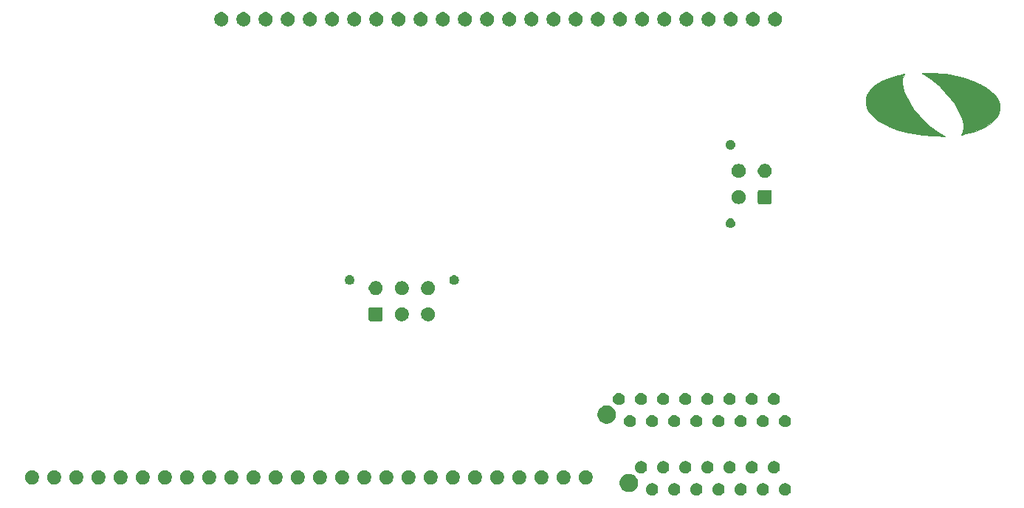
<source format=gbs>
G04 #@! TF.GenerationSoftware,KiCad,Pcbnew,5.1.5-52549c5~84~ubuntu18.04.1*
G04 #@! TF.CreationDate,2020-01-28T21:19:39-05:00*
G04 #@! TF.ProjectId,Internal_Acc_Interface,496e7465-726e-4616-9c5f-4163635f496e,rev?*
G04 #@! TF.SameCoordinates,Original*
G04 #@! TF.FileFunction,Soldermask,Bot*
G04 #@! TF.FilePolarity,Negative*
%FSLAX46Y46*%
G04 Gerber Fmt 4.6, Leading zero omitted, Abs format (unit mm)*
G04 Created by KiCad (PCBNEW 5.1.5-52549c5~84~ubuntu18.04.1) date 2020-01-28 21:19:39*
%MOMM*%
%LPD*%
G04 APERTURE LIST*
%ADD10C,0.010000*%
%ADD11C,0.100000*%
G04 APERTURE END LIST*
D10*
G36*
X196539070Y-78808726D02*
G01*
X196047169Y-78478291D01*
X195500346Y-78044905D01*
X194939000Y-77545573D01*
X194403529Y-77017300D01*
X193934333Y-76497091D01*
X193713963Y-76220931D01*
X193256696Y-75554336D01*
X192883857Y-74888455D01*
X192601473Y-74242948D01*
X192415570Y-73637477D01*
X192332175Y-73091703D01*
X192357313Y-72625289D01*
X192497011Y-72257896D01*
X192498549Y-72255500D01*
X192580728Y-72117806D01*
X192598119Y-72069163D01*
X192511643Y-72090915D01*
X192298768Y-72145831D01*
X191996916Y-72224234D01*
X191813000Y-72272173D01*
X190820197Y-72573716D01*
X189987883Y-72919146D01*
X189312425Y-73310661D01*
X188790192Y-73750457D01*
X188417551Y-74240734D01*
X188349140Y-74367824D01*
X188167408Y-74898567D01*
X188145747Y-75423968D01*
X188274897Y-75938274D01*
X188545597Y-76435731D01*
X188948584Y-76910585D01*
X189474599Y-77357082D01*
X190114380Y-77769469D01*
X190858666Y-78141991D01*
X191698195Y-78468894D01*
X192623707Y-78744426D01*
X193625940Y-78962831D01*
X194695633Y-79118355D01*
X195823526Y-79205246D01*
X196153482Y-79216618D01*
X197276631Y-79244785D01*
X196539070Y-78808726D01*
G37*
X196539070Y-78808726D02*
X196047169Y-78478291D01*
X195500346Y-78044905D01*
X194939000Y-77545573D01*
X194403529Y-77017300D01*
X193934333Y-76497091D01*
X193713963Y-76220931D01*
X193256696Y-75554336D01*
X192883857Y-74888455D01*
X192601473Y-74242948D01*
X192415570Y-73637477D01*
X192332175Y-73091703D01*
X192357313Y-72625289D01*
X192497011Y-72257896D01*
X192498549Y-72255500D01*
X192580728Y-72117806D01*
X192598119Y-72069163D01*
X192511643Y-72090915D01*
X192298768Y-72145831D01*
X191996916Y-72224234D01*
X191813000Y-72272173D01*
X190820197Y-72573716D01*
X189987883Y-72919146D01*
X189312425Y-73310661D01*
X188790192Y-73750457D01*
X188417551Y-74240734D01*
X188349140Y-74367824D01*
X188167408Y-74898567D01*
X188145747Y-75423968D01*
X188274897Y-75938274D01*
X188545597Y-76435731D01*
X188948584Y-76910585D01*
X189474599Y-77357082D01*
X190114380Y-77769469D01*
X190858666Y-78141991D01*
X191698195Y-78468894D01*
X192623707Y-78744426D01*
X193625940Y-78962831D01*
X194695633Y-79118355D01*
X195823526Y-79205246D01*
X196153482Y-79216618D01*
X197276631Y-79244785D01*
X196539070Y-78808726D01*
G36*
X199192983Y-79064143D02*
G01*
X199343457Y-79024129D01*
X199609628Y-78955824D01*
X199942829Y-78871675D01*
X200068000Y-78840353D01*
X200700523Y-78646412D01*
X201339166Y-78386366D01*
X201937709Y-78083074D01*
X202449928Y-77759399D01*
X202756464Y-77510631D01*
X203177728Y-77027550D01*
X203437210Y-76530705D01*
X203541208Y-76026883D01*
X203496021Y-75522872D01*
X203307949Y-75025459D01*
X202983290Y-74541431D01*
X202528343Y-74077574D01*
X201949408Y-73640676D01*
X201252783Y-73237524D01*
X200444767Y-72874904D01*
X199531660Y-72559605D01*
X198519759Y-72298412D01*
X197787525Y-72156702D01*
X197329989Y-72083127D01*
X197013227Y-72042748D01*
X196812288Y-72033974D01*
X196702225Y-72055217D01*
X196666988Y-72085312D01*
X196608074Y-72139072D01*
X196597963Y-72095267D01*
X196516319Y-72035596D01*
X196287525Y-71996027D01*
X196067500Y-71983162D01*
X195700619Y-71971946D01*
X195329467Y-71959734D01*
X195136142Y-71952894D01*
X194901824Y-71955686D01*
X194756863Y-71979502D01*
X194733975Y-71998843D01*
X194668294Y-72028621D01*
X194585834Y-72013003D01*
X194578337Y-72026138D01*
X194695123Y-72103847D01*
X194911598Y-72230015D01*
X194948718Y-72250773D01*
X195741052Y-72760860D01*
X196523964Y-73407424D01*
X197106472Y-73980234D01*
X197783545Y-74745737D01*
X198328075Y-75491337D01*
X198766751Y-76254744D01*
X198876149Y-76480915D01*
X199164204Y-77186966D01*
X199322957Y-77792350D01*
X199353305Y-78304665D01*
X199256150Y-78731508D01*
X199163505Y-78909819D01*
X199084494Y-79048405D01*
X199108577Y-79083225D01*
X199192983Y-79064143D01*
G37*
X199192983Y-79064143D02*
X199343457Y-79024129D01*
X199609628Y-78955824D01*
X199942829Y-78871675D01*
X200068000Y-78840353D01*
X200700523Y-78646412D01*
X201339166Y-78386366D01*
X201937709Y-78083074D01*
X202449928Y-77759399D01*
X202756464Y-77510631D01*
X203177728Y-77027550D01*
X203437210Y-76530705D01*
X203541208Y-76026883D01*
X203496021Y-75522872D01*
X203307949Y-75025459D01*
X202983290Y-74541431D01*
X202528343Y-74077574D01*
X201949408Y-73640676D01*
X201252783Y-73237524D01*
X200444767Y-72874904D01*
X199531660Y-72559605D01*
X198519759Y-72298412D01*
X197787525Y-72156702D01*
X197329989Y-72083127D01*
X197013227Y-72042748D01*
X196812288Y-72033974D01*
X196702225Y-72055217D01*
X196666988Y-72085312D01*
X196608074Y-72139072D01*
X196597963Y-72095267D01*
X196516319Y-72035596D01*
X196287525Y-71996027D01*
X196067500Y-71983162D01*
X195700619Y-71971946D01*
X195329467Y-71959734D01*
X195136142Y-71952894D01*
X194901824Y-71955686D01*
X194756863Y-71979502D01*
X194733975Y-71998843D01*
X194668294Y-72028621D01*
X194585834Y-72013003D01*
X194578337Y-72026138D01*
X194695123Y-72103847D01*
X194911598Y-72230015D01*
X194948718Y-72250773D01*
X195741052Y-72760860D01*
X196523964Y-73407424D01*
X197106472Y-73980234D01*
X197783545Y-74745737D01*
X198328075Y-75491337D01*
X198766751Y-76254744D01*
X198876149Y-76480915D01*
X199164204Y-77186966D01*
X199322957Y-77792350D01*
X199353305Y-78304665D01*
X199256150Y-78731508D01*
X199163505Y-78909819D01*
X199084494Y-79048405D01*
X199108577Y-79083225D01*
X199192983Y-79064143D01*
D11*
G36*
X179084473Y-119115938D02*
G01*
X179212049Y-119168782D01*
X179326859Y-119245495D01*
X179424505Y-119343141D01*
X179501218Y-119457951D01*
X179554062Y-119585527D01*
X179581000Y-119720956D01*
X179581000Y-119859044D01*
X179554062Y-119994473D01*
X179501218Y-120122049D01*
X179424505Y-120236859D01*
X179326859Y-120334505D01*
X179212049Y-120411218D01*
X179084473Y-120464062D01*
X178949044Y-120491000D01*
X178810956Y-120491000D01*
X178675527Y-120464062D01*
X178547951Y-120411218D01*
X178433141Y-120334505D01*
X178335495Y-120236859D01*
X178258782Y-120122049D01*
X178205938Y-119994473D01*
X178179000Y-119859044D01*
X178179000Y-119720956D01*
X178205938Y-119585527D01*
X178258782Y-119457951D01*
X178335495Y-119343141D01*
X178433141Y-119245495D01*
X178547951Y-119168782D01*
X178675527Y-119115938D01*
X178810956Y-119089000D01*
X178949044Y-119089000D01*
X179084473Y-119115938D01*
G37*
G36*
X176544473Y-119115938D02*
G01*
X176672049Y-119168782D01*
X176786859Y-119245495D01*
X176884505Y-119343141D01*
X176961218Y-119457951D01*
X177014062Y-119585527D01*
X177041000Y-119720956D01*
X177041000Y-119859044D01*
X177014062Y-119994473D01*
X176961218Y-120122049D01*
X176884505Y-120236859D01*
X176786859Y-120334505D01*
X176672049Y-120411218D01*
X176544473Y-120464062D01*
X176409044Y-120491000D01*
X176270956Y-120491000D01*
X176135527Y-120464062D01*
X176007951Y-120411218D01*
X175893141Y-120334505D01*
X175795495Y-120236859D01*
X175718782Y-120122049D01*
X175665938Y-119994473D01*
X175639000Y-119859044D01*
X175639000Y-119720956D01*
X175665938Y-119585527D01*
X175718782Y-119457951D01*
X175795495Y-119343141D01*
X175893141Y-119245495D01*
X176007951Y-119168782D01*
X176135527Y-119115938D01*
X176270956Y-119089000D01*
X176409044Y-119089000D01*
X176544473Y-119115938D01*
G37*
G36*
X163844473Y-119115938D02*
G01*
X163972049Y-119168782D01*
X164086859Y-119245495D01*
X164184505Y-119343141D01*
X164261218Y-119457951D01*
X164314062Y-119585527D01*
X164341000Y-119720956D01*
X164341000Y-119859044D01*
X164314062Y-119994473D01*
X164261218Y-120122049D01*
X164184505Y-120236859D01*
X164086859Y-120334505D01*
X163972049Y-120411218D01*
X163844473Y-120464062D01*
X163709044Y-120491000D01*
X163570956Y-120491000D01*
X163435527Y-120464062D01*
X163307951Y-120411218D01*
X163193141Y-120334505D01*
X163095495Y-120236859D01*
X163018782Y-120122049D01*
X162965938Y-119994473D01*
X162939000Y-119859044D01*
X162939000Y-119720956D01*
X162965938Y-119585527D01*
X163018782Y-119457951D01*
X163095495Y-119343141D01*
X163193141Y-119245495D01*
X163307951Y-119168782D01*
X163435527Y-119115938D01*
X163570956Y-119089000D01*
X163709044Y-119089000D01*
X163844473Y-119115938D01*
G37*
G36*
X166384473Y-119115938D02*
G01*
X166512049Y-119168782D01*
X166626859Y-119245495D01*
X166724505Y-119343141D01*
X166801218Y-119457951D01*
X166854062Y-119585527D01*
X166881000Y-119720956D01*
X166881000Y-119859044D01*
X166854062Y-119994473D01*
X166801218Y-120122049D01*
X166724505Y-120236859D01*
X166626859Y-120334505D01*
X166512049Y-120411218D01*
X166384473Y-120464062D01*
X166249044Y-120491000D01*
X166110956Y-120491000D01*
X165975527Y-120464062D01*
X165847951Y-120411218D01*
X165733141Y-120334505D01*
X165635495Y-120236859D01*
X165558782Y-120122049D01*
X165505938Y-119994473D01*
X165479000Y-119859044D01*
X165479000Y-119720956D01*
X165505938Y-119585527D01*
X165558782Y-119457951D01*
X165635495Y-119343141D01*
X165733141Y-119245495D01*
X165847951Y-119168782D01*
X165975527Y-119115938D01*
X166110956Y-119089000D01*
X166249044Y-119089000D01*
X166384473Y-119115938D01*
G37*
G36*
X171464473Y-119115938D02*
G01*
X171592049Y-119168782D01*
X171706859Y-119245495D01*
X171804505Y-119343141D01*
X171881218Y-119457951D01*
X171934062Y-119585527D01*
X171961000Y-119720956D01*
X171961000Y-119859044D01*
X171934062Y-119994473D01*
X171881218Y-120122049D01*
X171804505Y-120236859D01*
X171706859Y-120334505D01*
X171592049Y-120411218D01*
X171464473Y-120464062D01*
X171329044Y-120491000D01*
X171190956Y-120491000D01*
X171055527Y-120464062D01*
X170927951Y-120411218D01*
X170813141Y-120334505D01*
X170715495Y-120236859D01*
X170638782Y-120122049D01*
X170585938Y-119994473D01*
X170559000Y-119859044D01*
X170559000Y-119720956D01*
X170585938Y-119585527D01*
X170638782Y-119457951D01*
X170715495Y-119343141D01*
X170813141Y-119245495D01*
X170927951Y-119168782D01*
X171055527Y-119115938D01*
X171190956Y-119089000D01*
X171329044Y-119089000D01*
X171464473Y-119115938D01*
G37*
G36*
X174004473Y-119115938D02*
G01*
X174132049Y-119168782D01*
X174246859Y-119245495D01*
X174344505Y-119343141D01*
X174421218Y-119457951D01*
X174474062Y-119585527D01*
X174501000Y-119720956D01*
X174501000Y-119859044D01*
X174474062Y-119994473D01*
X174421218Y-120122049D01*
X174344505Y-120236859D01*
X174246859Y-120334505D01*
X174132049Y-120411218D01*
X174004473Y-120464062D01*
X173869044Y-120491000D01*
X173730956Y-120491000D01*
X173595527Y-120464062D01*
X173467951Y-120411218D01*
X173353141Y-120334505D01*
X173255495Y-120236859D01*
X173178782Y-120122049D01*
X173125938Y-119994473D01*
X173099000Y-119859044D01*
X173099000Y-119720956D01*
X173125938Y-119585527D01*
X173178782Y-119457951D01*
X173255495Y-119343141D01*
X173353141Y-119245495D01*
X173467951Y-119168782D01*
X173595527Y-119115938D01*
X173730956Y-119089000D01*
X173869044Y-119089000D01*
X174004473Y-119115938D01*
G37*
G36*
X168924473Y-119115938D02*
G01*
X169052049Y-119168782D01*
X169166859Y-119245495D01*
X169264505Y-119343141D01*
X169341218Y-119457951D01*
X169394062Y-119585527D01*
X169421000Y-119720956D01*
X169421000Y-119859044D01*
X169394062Y-119994473D01*
X169341218Y-120122049D01*
X169264505Y-120236859D01*
X169166859Y-120334505D01*
X169052049Y-120411218D01*
X168924473Y-120464062D01*
X168789044Y-120491000D01*
X168650956Y-120491000D01*
X168515527Y-120464062D01*
X168387951Y-120411218D01*
X168273141Y-120334505D01*
X168175495Y-120236859D01*
X168098782Y-120122049D01*
X168045938Y-119994473D01*
X168019000Y-119859044D01*
X168019000Y-119720956D01*
X168045938Y-119585527D01*
X168098782Y-119457951D01*
X168175495Y-119343141D01*
X168273141Y-119245495D01*
X168387951Y-119168782D01*
X168515527Y-119115938D01*
X168650956Y-119089000D01*
X168789044Y-119089000D01*
X168924473Y-119115938D01*
G37*
G36*
X161276564Y-118039389D02*
G01*
X161467833Y-118118615D01*
X161467835Y-118118616D01*
X161639973Y-118233635D01*
X161786365Y-118380027D01*
X161901385Y-118552167D01*
X161980611Y-118743436D01*
X162021000Y-118946484D01*
X162021000Y-119153516D01*
X161980611Y-119356564D01*
X161901385Y-119547833D01*
X161901384Y-119547835D01*
X161786365Y-119719973D01*
X161639973Y-119866365D01*
X161467835Y-119981384D01*
X161467834Y-119981385D01*
X161467833Y-119981385D01*
X161276564Y-120060611D01*
X161073516Y-120101000D01*
X160866484Y-120101000D01*
X160663436Y-120060611D01*
X160472167Y-119981385D01*
X160472166Y-119981385D01*
X160472165Y-119981384D01*
X160300027Y-119866365D01*
X160153635Y-119719973D01*
X160038616Y-119547835D01*
X160038615Y-119547833D01*
X159959389Y-119356564D01*
X159919000Y-119153516D01*
X159919000Y-118946484D01*
X159959389Y-118743436D01*
X160038615Y-118552167D01*
X160153635Y-118380027D01*
X160300027Y-118233635D01*
X160472165Y-118118616D01*
X160472167Y-118118615D01*
X160663436Y-118039389D01*
X160866484Y-117999000D01*
X161073516Y-117999000D01*
X161276564Y-118039389D01*
G37*
G36*
X141022142Y-117618242D02*
G01*
X141170101Y-117679529D01*
X141303255Y-117768499D01*
X141416501Y-117881745D01*
X141505471Y-118014899D01*
X141566758Y-118162858D01*
X141598000Y-118319925D01*
X141598000Y-118480075D01*
X141566758Y-118637142D01*
X141505471Y-118785101D01*
X141416501Y-118918255D01*
X141303255Y-119031501D01*
X141170101Y-119120471D01*
X141022142Y-119181758D01*
X140865075Y-119213000D01*
X140704925Y-119213000D01*
X140547858Y-119181758D01*
X140399899Y-119120471D01*
X140266745Y-119031501D01*
X140153499Y-118918255D01*
X140064529Y-118785101D01*
X140003242Y-118637142D01*
X139972000Y-118480075D01*
X139972000Y-118319925D01*
X140003242Y-118162858D01*
X140064529Y-118014899D01*
X140153499Y-117881745D01*
X140266745Y-117768499D01*
X140399899Y-117679529D01*
X140547858Y-117618242D01*
X140704925Y-117587000D01*
X140865075Y-117587000D01*
X141022142Y-117618242D01*
G37*
G36*
X115622142Y-117618242D02*
G01*
X115770101Y-117679529D01*
X115903255Y-117768499D01*
X116016501Y-117881745D01*
X116105471Y-118014899D01*
X116166758Y-118162858D01*
X116198000Y-118319925D01*
X116198000Y-118480075D01*
X116166758Y-118637142D01*
X116105471Y-118785101D01*
X116016501Y-118918255D01*
X115903255Y-119031501D01*
X115770101Y-119120471D01*
X115622142Y-119181758D01*
X115465075Y-119213000D01*
X115304925Y-119213000D01*
X115147858Y-119181758D01*
X114999899Y-119120471D01*
X114866745Y-119031501D01*
X114753499Y-118918255D01*
X114664529Y-118785101D01*
X114603242Y-118637142D01*
X114572000Y-118480075D01*
X114572000Y-118319925D01*
X114603242Y-118162858D01*
X114664529Y-118014899D01*
X114753499Y-117881745D01*
X114866745Y-117768499D01*
X114999899Y-117679529D01*
X115147858Y-117618242D01*
X115304925Y-117587000D01*
X115465075Y-117587000D01*
X115622142Y-117618242D01*
G37*
G36*
X123242142Y-117618242D02*
G01*
X123390101Y-117679529D01*
X123523255Y-117768499D01*
X123636501Y-117881745D01*
X123725471Y-118014899D01*
X123786758Y-118162858D01*
X123818000Y-118319925D01*
X123818000Y-118480075D01*
X123786758Y-118637142D01*
X123725471Y-118785101D01*
X123636501Y-118918255D01*
X123523255Y-119031501D01*
X123390101Y-119120471D01*
X123242142Y-119181758D01*
X123085075Y-119213000D01*
X122924925Y-119213000D01*
X122767858Y-119181758D01*
X122619899Y-119120471D01*
X122486745Y-119031501D01*
X122373499Y-118918255D01*
X122284529Y-118785101D01*
X122223242Y-118637142D01*
X122192000Y-118480075D01*
X122192000Y-118319925D01*
X122223242Y-118162858D01*
X122284529Y-118014899D01*
X122373499Y-117881745D01*
X122486745Y-117768499D01*
X122619899Y-117679529D01*
X122767858Y-117618242D01*
X122924925Y-117587000D01*
X123085075Y-117587000D01*
X123242142Y-117618242D01*
G37*
G36*
X138482142Y-117618242D02*
G01*
X138630101Y-117679529D01*
X138763255Y-117768499D01*
X138876501Y-117881745D01*
X138965471Y-118014899D01*
X139026758Y-118162858D01*
X139058000Y-118319925D01*
X139058000Y-118480075D01*
X139026758Y-118637142D01*
X138965471Y-118785101D01*
X138876501Y-118918255D01*
X138763255Y-119031501D01*
X138630101Y-119120471D01*
X138482142Y-119181758D01*
X138325075Y-119213000D01*
X138164925Y-119213000D01*
X138007858Y-119181758D01*
X137859899Y-119120471D01*
X137726745Y-119031501D01*
X137613499Y-118918255D01*
X137524529Y-118785101D01*
X137463242Y-118637142D01*
X137432000Y-118480075D01*
X137432000Y-118319925D01*
X137463242Y-118162858D01*
X137524529Y-118014899D01*
X137613499Y-117881745D01*
X137726745Y-117768499D01*
X137859899Y-117679529D01*
X138007858Y-117618242D01*
X138164925Y-117587000D01*
X138325075Y-117587000D01*
X138482142Y-117618242D01*
G37*
G36*
X108002142Y-117618242D02*
G01*
X108150101Y-117679529D01*
X108283255Y-117768499D01*
X108396501Y-117881745D01*
X108485471Y-118014899D01*
X108546758Y-118162858D01*
X108578000Y-118319925D01*
X108578000Y-118480075D01*
X108546758Y-118637142D01*
X108485471Y-118785101D01*
X108396501Y-118918255D01*
X108283255Y-119031501D01*
X108150101Y-119120471D01*
X108002142Y-119181758D01*
X107845075Y-119213000D01*
X107684925Y-119213000D01*
X107527858Y-119181758D01*
X107379899Y-119120471D01*
X107246745Y-119031501D01*
X107133499Y-118918255D01*
X107044529Y-118785101D01*
X106983242Y-118637142D01*
X106952000Y-118480075D01*
X106952000Y-118319925D01*
X106983242Y-118162858D01*
X107044529Y-118014899D01*
X107133499Y-117881745D01*
X107246745Y-117768499D01*
X107379899Y-117679529D01*
X107527858Y-117618242D01*
X107684925Y-117587000D01*
X107845075Y-117587000D01*
X108002142Y-117618242D01*
G37*
G36*
X113082142Y-117618242D02*
G01*
X113230101Y-117679529D01*
X113363255Y-117768499D01*
X113476501Y-117881745D01*
X113565471Y-118014899D01*
X113626758Y-118162858D01*
X113658000Y-118319925D01*
X113658000Y-118480075D01*
X113626758Y-118637142D01*
X113565471Y-118785101D01*
X113476501Y-118918255D01*
X113363255Y-119031501D01*
X113230101Y-119120471D01*
X113082142Y-119181758D01*
X112925075Y-119213000D01*
X112764925Y-119213000D01*
X112607858Y-119181758D01*
X112459899Y-119120471D01*
X112326745Y-119031501D01*
X112213499Y-118918255D01*
X112124529Y-118785101D01*
X112063242Y-118637142D01*
X112032000Y-118480075D01*
X112032000Y-118319925D01*
X112063242Y-118162858D01*
X112124529Y-118014899D01*
X112213499Y-117881745D01*
X112326745Y-117768499D01*
X112459899Y-117679529D01*
X112607858Y-117618242D01*
X112764925Y-117587000D01*
X112925075Y-117587000D01*
X113082142Y-117618242D01*
G37*
G36*
X105462142Y-117618242D02*
G01*
X105610101Y-117679529D01*
X105743255Y-117768499D01*
X105856501Y-117881745D01*
X105945471Y-118014899D01*
X106006758Y-118162858D01*
X106038000Y-118319925D01*
X106038000Y-118480075D01*
X106006758Y-118637142D01*
X105945471Y-118785101D01*
X105856501Y-118918255D01*
X105743255Y-119031501D01*
X105610101Y-119120471D01*
X105462142Y-119181758D01*
X105305075Y-119213000D01*
X105144925Y-119213000D01*
X104987858Y-119181758D01*
X104839899Y-119120471D01*
X104706745Y-119031501D01*
X104593499Y-118918255D01*
X104504529Y-118785101D01*
X104443242Y-118637142D01*
X104412000Y-118480075D01*
X104412000Y-118319925D01*
X104443242Y-118162858D01*
X104504529Y-118014899D01*
X104593499Y-117881745D01*
X104706745Y-117768499D01*
X104839899Y-117679529D01*
X104987858Y-117618242D01*
X105144925Y-117587000D01*
X105305075Y-117587000D01*
X105462142Y-117618242D01*
G37*
G36*
X110542142Y-117618242D02*
G01*
X110690101Y-117679529D01*
X110823255Y-117768499D01*
X110936501Y-117881745D01*
X111025471Y-118014899D01*
X111086758Y-118162858D01*
X111118000Y-118319925D01*
X111118000Y-118480075D01*
X111086758Y-118637142D01*
X111025471Y-118785101D01*
X110936501Y-118918255D01*
X110823255Y-119031501D01*
X110690101Y-119120471D01*
X110542142Y-119181758D01*
X110385075Y-119213000D01*
X110224925Y-119213000D01*
X110067858Y-119181758D01*
X109919899Y-119120471D01*
X109786745Y-119031501D01*
X109673499Y-118918255D01*
X109584529Y-118785101D01*
X109523242Y-118637142D01*
X109492000Y-118480075D01*
X109492000Y-118319925D01*
X109523242Y-118162858D01*
X109584529Y-118014899D01*
X109673499Y-117881745D01*
X109786745Y-117768499D01*
X109919899Y-117679529D01*
X110067858Y-117618242D01*
X110224925Y-117587000D01*
X110385075Y-117587000D01*
X110542142Y-117618242D01*
G37*
G36*
X102922142Y-117618242D02*
G01*
X103070101Y-117679529D01*
X103203255Y-117768499D01*
X103316501Y-117881745D01*
X103405471Y-118014899D01*
X103466758Y-118162858D01*
X103498000Y-118319925D01*
X103498000Y-118480075D01*
X103466758Y-118637142D01*
X103405471Y-118785101D01*
X103316501Y-118918255D01*
X103203255Y-119031501D01*
X103070101Y-119120471D01*
X102922142Y-119181758D01*
X102765075Y-119213000D01*
X102604925Y-119213000D01*
X102447858Y-119181758D01*
X102299899Y-119120471D01*
X102166745Y-119031501D01*
X102053499Y-118918255D01*
X101964529Y-118785101D01*
X101903242Y-118637142D01*
X101872000Y-118480075D01*
X101872000Y-118319925D01*
X101903242Y-118162858D01*
X101964529Y-118014899D01*
X102053499Y-117881745D01*
X102166745Y-117768499D01*
X102299899Y-117679529D01*
X102447858Y-117618242D01*
X102604925Y-117587000D01*
X102765075Y-117587000D01*
X102922142Y-117618242D01*
G37*
G36*
X100382142Y-117618242D02*
G01*
X100530101Y-117679529D01*
X100663255Y-117768499D01*
X100776501Y-117881745D01*
X100865471Y-118014899D01*
X100926758Y-118162858D01*
X100958000Y-118319925D01*
X100958000Y-118480075D01*
X100926758Y-118637142D01*
X100865471Y-118785101D01*
X100776501Y-118918255D01*
X100663255Y-119031501D01*
X100530101Y-119120471D01*
X100382142Y-119181758D01*
X100225075Y-119213000D01*
X100064925Y-119213000D01*
X99907858Y-119181758D01*
X99759899Y-119120471D01*
X99626745Y-119031501D01*
X99513499Y-118918255D01*
X99424529Y-118785101D01*
X99363242Y-118637142D01*
X99332000Y-118480075D01*
X99332000Y-118319925D01*
X99363242Y-118162858D01*
X99424529Y-118014899D01*
X99513499Y-117881745D01*
X99626745Y-117768499D01*
X99759899Y-117679529D01*
X99907858Y-117618242D01*
X100064925Y-117587000D01*
X100225075Y-117587000D01*
X100382142Y-117618242D01*
G37*
G36*
X97842142Y-117618242D02*
G01*
X97990101Y-117679529D01*
X98123255Y-117768499D01*
X98236501Y-117881745D01*
X98325471Y-118014899D01*
X98386758Y-118162858D01*
X98418000Y-118319925D01*
X98418000Y-118480075D01*
X98386758Y-118637142D01*
X98325471Y-118785101D01*
X98236501Y-118918255D01*
X98123255Y-119031501D01*
X97990101Y-119120471D01*
X97842142Y-119181758D01*
X97685075Y-119213000D01*
X97524925Y-119213000D01*
X97367858Y-119181758D01*
X97219899Y-119120471D01*
X97086745Y-119031501D01*
X96973499Y-118918255D01*
X96884529Y-118785101D01*
X96823242Y-118637142D01*
X96792000Y-118480075D01*
X96792000Y-118319925D01*
X96823242Y-118162858D01*
X96884529Y-118014899D01*
X96973499Y-117881745D01*
X97086745Y-117768499D01*
X97219899Y-117679529D01*
X97367858Y-117618242D01*
X97524925Y-117587000D01*
X97685075Y-117587000D01*
X97842142Y-117618242D01*
G37*
G36*
X95302142Y-117618242D02*
G01*
X95450101Y-117679529D01*
X95583255Y-117768499D01*
X95696501Y-117881745D01*
X95785471Y-118014899D01*
X95846758Y-118162858D01*
X95878000Y-118319925D01*
X95878000Y-118480075D01*
X95846758Y-118637142D01*
X95785471Y-118785101D01*
X95696501Y-118918255D01*
X95583255Y-119031501D01*
X95450101Y-119120471D01*
X95302142Y-119181758D01*
X95145075Y-119213000D01*
X94984925Y-119213000D01*
X94827858Y-119181758D01*
X94679899Y-119120471D01*
X94546745Y-119031501D01*
X94433499Y-118918255D01*
X94344529Y-118785101D01*
X94283242Y-118637142D01*
X94252000Y-118480075D01*
X94252000Y-118319925D01*
X94283242Y-118162858D01*
X94344529Y-118014899D01*
X94433499Y-117881745D01*
X94546745Y-117768499D01*
X94679899Y-117679529D01*
X94827858Y-117618242D01*
X94984925Y-117587000D01*
X95145075Y-117587000D01*
X95302142Y-117618242D01*
G37*
G36*
X92762142Y-117618242D02*
G01*
X92910101Y-117679529D01*
X93043255Y-117768499D01*
X93156501Y-117881745D01*
X93245471Y-118014899D01*
X93306758Y-118162858D01*
X93338000Y-118319925D01*
X93338000Y-118480075D01*
X93306758Y-118637142D01*
X93245471Y-118785101D01*
X93156501Y-118918255D01*
X93043255Y-119031501D01*
X92910101Y-119120471D01*
X92762142Y-119181758D01*
X92605075Y-119213000D01*
X92444925Y-119213000D01*
X92287858Y-119181758D01*
X92139899Y-119120471D01*
X92006745Y-119031501D01*
X91893499Y-118918255D01*
X91804529Y-118785101D01*
X91743242Y-118637142D01*
X91712000Y-118480075D01*
X91712000Y-118319925D01*
X91743242Y-118162858D01*
X91804529Y-118014899D01*
X91893499Y-117881745D01*
X92006745Y-117768499D01*
X92139899Y-117679529D01*
X92287858Y-117618242D01*
X92444925Y-117587000D01*
X92605075Y-117587000D01*
X92762142Y-117618242D01*
G37*
G36*
X153722142Y-117618242D02*
G01*
X153870101Y-117679529D01*
X154003255Y-117768499D01*
X154116501Y-117881745D01*
X154205471Y-118014899D01*
X154266758Y-118162858D01*
X154298000Y-118319925D01*
X154298000Y-118480075D01*
X154266758Y-118637142D01*
X154205471Y-118785101D01*
X154116501Y-118918255D01*
X154003255Y-119031501D01*
X153870101Y-119120471D01*
X153722142Y-119181758D01*
X153565075Y-119213000D01*
X153404925Y-119213000D01*
X153247858Y-119181758D01*
X153099899Y-119120471D01*
X152966745Y-119031501D01*
X152853499Y-118918255D01*
X152764529Y-118785101D01*
X152703242Y-118637142D01*
X152672000Y-118480075D01*
X152672000Y-118319925D01*
X152703242Y-118162858D01*
X152764529Y-118014899D01*
X152853499Y-117881745D01*
X152966745Y-117768499D01*
X153099899Y-117679529D01*
X153247858Y-117618242D01*
X153404925Y-117587000D01*
X153565075Y-117587000D01*
X153722142Y-117618242D01*
G37*
G36*
X143562142Y-117618242D02*
G01*
X143710101Y-117679529D01*
X143843255Y-117768499D01*
X143956501Y-117881745D01*
X144045471Y-118014899D01*
X144106758Y-118162858D01*
X144138000Y-118319925D01*
X144138000Y-118480075D01*
X144106758Y-118637142D01*
X144045471Y-118785101D01*
X143956501Y-118918255D01*
X143843255Y-119031501D01*
X143710101Y-119120471D01*
X143562142Y-119181758D01*
X143405075Y-119213000D01*
X143244925Y-119213000D01*
X143087858Y-119181758D01*
X142939899Y-119120471D01*
X142806745Y-119031501D01*
X142693499Y-118918255D01*
X142604529Y-118785101D01*
X142543242Y-118637142D01*
X142512000Y-118480075D01*
X142512000Y-118319925D01*
X142543242Y-118162858D01*
X142604529Y-118014899D01*
X142693499Y-117881745D01*
X142806745Y-117768499D01*
X142939899Y-117679529D01*
X143087858Y-117618242D01*
X143244925Y-117587000D01*
X143405075Y-117587000D01*
X143562142Y-117618242D01*
G37*
G36*
X128322142Y-117618242D02*
G01*
X128470101Y-117679529D01*
X128603255Y-117768499D01*
X128716501Y-117881745D01*
X128805471Y-118014899D01*
X128866758Y-118162858D01*
X128898000Y-118319925D01*
X128898000Y-118480075D01*
X128866758Y-118637142D01*
X128805471Y-118785101D01*
X128716501Y-118918255D01*
X128603255Y-119031501D01*
X128470101Y-119120471D01*
X128322142Y-119181758D01*
X128165075Y-119213000D01*
X128004925Y-119213000D01*
X127847858Y-119181758D01*
X127699899Y-119120471D01*
X127566745Y-119031501D01*
X127453499Y-118918255D01*
X127364529Y-118785101D01*
X127303242Y-118637142D01*
X127272000Y-118480075D01*
X127272000Y-118319925D01*
X127303242Y-118162858D01*
X127364529Y-118014899D01*
X127453499Y-117881745D01*
X127566745Y-117768499D01*
X127699899Y-117679529D01*
X127847858Y-117618242D01*
X128004925Y-117587000D01*
X128165075Y-117587000D01*
X128322142Y-117618242D01*
G37*
G36*
X118162142Y-117618242D02*
G01*
X118310101Y-117679529D01*
X118443255Y-117768499D01*
X118556501Y-117881745D01*
X118645471Y-118014899D01*
X118706758Y-118162858D01*
X118738000Y-118319925D01*
X118738000Y-118480075D01*
X118706758Y-118637142D01*
X118645471Y-118785101D01*
X118556501Y-118918255D01*
X118443255Y-119031501D01*
X118310101Y-119120471D01*
X118162142Y-119181758D01*
X118005075Y-119213000D01*
X117844925Y-119213000D01*
X117687858Y-119181758D01*
X117539899Y-119120471D01*
X117406745Y-119031501D01*
X117293499Y-118918255D01*
X117204529Y-118785101D01*
X117143242Y-118637142D01*
X117112000Y-118480075D01*
X117112000Y-118319925D01*
X117143242Y-118162858D01*
X117204529Y-118014899D01*
X117293499Y-117881745D01*
X117406745Y-117768499D01*
X117539899Y-117679529D01*
X117687858Y-117618242D01*
X117844925Y-117587000D01*
X118005075Y-117587000D01*
X118162142Y-117618242D01*
G37*
G36*
X130862142Y-117618242D02*
G01*
X131010101Y-117679529D01*
X131143255Y-117768499D01*
X131256501Y-117881745D01*
X131345471Y-118014899D01*
X131406758Y-118162858D01*
X131438000Y-118319925D01*
X131438000Y-118480075D01*
X131406758Y-118637142D01*
X131345471Y-118785101D01*
X131256501Y-118918255D01*
X131143255Y-119031501D01*
X131010101Y-119120471D01*
X130862142Y-119181758D01*
X130705075Y-119213000D01*
X130544925Y-119213000D01*
X130387858Y-119181758D01*
X130239899Y-119120471D01*
X130106745Y-119031501D01*
X129993499Y-118918255D01*
X129904529Y-118785101D01*
X129843242Y-118637142D01*
X129812000Y-118480075D01*
X129812000Y-118319925D01*
X129843242Y-118162858D01*
X129904529Y-118014899D01*
X129993499Y-117881745D01*
X130106745Y-117768499D01*
X130239899Y-117679529D01*
X130387858Y-117618242D01*
X130544925Y-117587000D01*
X130705075Y-117587000D01*
X130862142Y-117618242D01*
G37*
G36*
X133402142Y-117618242D02*
G01*
X133550101Y-117679529D01*
X133683255Y-117768499D01*
X133796501Y-117881745D01*
X133885471Y-118014899D01*
X133946758Y-118162858D01*
X133978000Y-118319925D01*
X133978000Y-118480075D01*
X133946758Y-118637142D01*
X133885471Y-118785101D01*
X133796501Y-118918255D01*
X133683255Y-119031501D01*
X133550101Y-119120471D01*
X133402142Y-119181758D01*
X133245075Y-119213000D01*
X133084925Y-119213000D01*
X132927858Y-119181758D01*
X132779899Y-119120471D01*
X132646745Y-119031501D01*
X132533499Y-118918255D01*
X132444529Y-118785101D01*
X132383242Y-118637142D01*
X132352000Y-118480075D01*
X132352000Y-118319925D01*
X132383242Y-118162858D01*
X132444529Y-118014899D01*
X132533499Y-117881745D01*
X132646745Y-117768499D01*
X132779899Y-117679529D01*
X132927858Y-117618242D01*
X133084925Y-117587000D01*
X133245075Y-117587000D01*
X133402142Y-117618242D01*
G37*
G36*
X135942142Y-117618242D02*
G01*
X136090101Y-117679529D01*
X136223255Y-117768499D01*
X136336501Y-117881745D01*
X136425471Y-118014899D01*
X136486758Y-118162858D01*
X136518000Y-118319925D01*
X136518000Y-118480075D01*
X136486758Y-118637142D01*
X136425471Y-118785101D01*
X136336501Y-118918255D01*
X136223255Y-119031501D01*
X136090101Y-119120471D01*
X135942142Y-119181758D01*
X135785075Y-119213000D01*
X135624925Y-119213000D01*
X135467858Y-119181758D01*
X135319899Y-119120471D01*
X135186745Y-119031501D01*
X135073499Y-118918255D01*
X134984529Y-118785101D01*
X134923242Y-118637142D01*
X134892000Y-118480075D01*
X134892000Y-118319925D01*
X134923242Y-118162858D01*
X134984529Y-118014899D01*
X135073499Y-117881745D01*
X135186745Y-117768499D01*
X135319899Y-117679529D01*
X135467858Y-117618242D01*
X135624925Y-117587000D01*
X135785075Y-117587000D01*
X135942142Y-117618242D01*
G37*
G36*
X125782142Y-117618242D02*
G01*
X125930101Y-117679529D01*
X126063255Y-117768499D01*
X126176501Y-117881745D01*
X126265471Y-118014899D01*
X126326758Y-118162858D01*
X126358000Y-118319925D01*
X126358000Y-118480075D01*
X126326758Y-118637142D01*
X126265471Y-118785101D01*
X126176501Y-118918255D01*
X126063255Y-119031501D01*
X125930101Y-119120471D01*
X125782142Y-119181758D01*
X125625075Y-119213000D01*
X125464925Y-119213000D01*
X125307858Y-119181758D01*
X125159899Y-119120471D01*
X125026745Y-119031501D01*
X124913499Y-118918255D01*
X124824529Y-118785101D01*
X124763242Y-118637142D01*
X124732000Y-118480075D01*
X124732000Y-118319925D01*
X124763242Y-118162858D01*
X124824529Y-118014899D01*
X124913499Y-117881745D01*
X125026745Y-117768499D01*
X125159899Y-117679529D01*
X125307858Y-117618242D01*
X125464925Y-117587000D01*
X125625075Y-117587000D01*
X125782142Y-117618242D01*
G37*
G36*
X120702142Y-117618242D02*
G01*
X120850101Y-117679529D01*
X120983255Y-117768499D01*
X121096501Y-117881745D01*
X121185471Y-118014899D01*
X121246758Y-118162858D01*
X121278000Y-118319925D01*
X121278000Y-118480075D01*
X121246758Y-118637142D01*
X121185471Y-118785101D01*
X121096501Y-118918255D01*
X120983255Y-119031501D01*
X120850101Y-119120471D01*
X120702142Y-119181758D01*
X120545075Y-119213000D01*
X120384925Y-119213000D01*
X120227858Y-119181758D01*
X120079899Y-119120471D01*
X119946745Y-119031501D01*
X119833499Y-118918255D01*
X119744529Y-118785101D01*
X119683242Y-118637142D01*
X119652000Y-118480075D01*
X119652000Y-118319925D01*
X119683242Y-118162858D01*
X119744529Y-118014899D01*
X119833499Y-117881745D01*
X119946745Y-117768499D01*
X120079899Y-117679529D01*
X120227858Y-117618242D01*
X120384925Y-117587000D01*
X120545075Y-117587000D01*
X120702142Y-117618242D01*
G37*
G36*
X151182142Y-117618242D02*
G01*
X151330101Y-117679529D01*
X151463255Y-117768499D01*
X151576501Y-117881745D01*
X151665471Y-118014899D01*
X151726758Y-118162858D01*
X151758000Y-118319925D01*
X151758000Y-118480075D01*
X151726758Y-118637142D01*
X151665471Y-118785101D01*
X151576501Y-118918255D01*
X151463255Y-119031501D01*
X151330101Y-119120471D01*
X151182142Y-119181758D01*
X151025075Y-119213000D01*
X150864925Y-119213000D01*
X150707858Y-119181758D01*
X150559899Y-119120471D01*
X150426745Y-119031501D01*
X150313499Y-118918255D01*
X150224529Y-118785101D01*
X150163242Y-118637142D01*
X150132000Y-118480075D01*
X150132000Y-118319925D01*
X150163242Y-118162858D01*
X150224529Y-118014899D01*
X150313499Y-117881745D01*
X150426745Y-117768499D01*
X150559899Y-117679529D01*
X150707858Y-117618242D01*
X150864925Y-117587000D01*
X151025075Y-117587000D01*
X151182142Y-117618242D01*
G37*
G36*
X146102142Y-117618242D02*
G01*
X146250101Y-117679529D01*
X146383255Y-117768499D01*
X146496501Y-117881745D01*
X146585471Y-118014899D01*
X146646758Y-118162858D01*
X146678000Y-118319925D01*
X146678000Y-118480075D01*
X146646758Y-118637142D01*
X146585471Y-118785101D01*
X146496501Y-118918255D01*
X146383255Y-119031501D01*
X146250101Y-119120471D01*
X146102142Y-119181758D01*
X145945075Y-119213000D01*
X145784925Y-119213000D01*
X145627858Y-119181758D01*
X145479899Y-119120471D01*
X145346745Y-119031501D01*
X145233499Y-118918255D01*
X145144529Y-118785101D01*
X145083242Y-118637142D01*
X145052000Y-118480075D01*
X145052000Y-118319925D01*
X145083242Y-118162858D01*
X145144529Y-118014899D01*
X145233499Y-117881745D01*
X145346745Y-117768499D01*
X145479899Y-117679529D01*
X145627858Y-117618242D01*
X145784925Y-117587000D01*
X145945075Y-117587000D01*
X146102142Y-117618242D01*
G37*
G36*
X148642142Y-117618242D02*
G01*
X148790101Y-117679529D01*
X148923255Y-117768499D01*
X149036501Y-117881745D01*
X149125471Y-118014899D01*
X149186758Y-118162858D01*
X149218000Y-118319925D01*
X149218000Y-118480075D01*
X149186758Y-118637142D01*
X149125471Y-118785101D01*
X149036501Y-118918255D01*
X148923255Y-119031501D01*
X148790101Y-119120471D01*
X148642142Y-119181758D01*
X148485075Y-119213000D01*
X148324925Y-119213000D01*
X148167858Y-119181758D01*
X148019899Y-119120471D01*
X147886745Y-119031501D01*
X147773499Y-118918255D01*
X147684529Y-118785101D01*
X147623242Y-118637142D01*
X147592000Y-118480075D01*
X147592000Y-118319925D01*
X147623242Y-118162858D01*
X147684529Y-118014899D01*
X147773499Y-117881745D01*
X147886745Y-117768499D01*
X148019899Y-117679529D01*
X148167858Y-117618242D01*
X148324925Y-117587000D01*
X148485075Y-117587000D01*
X148642142Y-117618242D01*
G37*
G36*
X156262142Y-117618242D02*
G01*
X156410101Y-117679529D01*
X156543255Y-117768499D01*
X156656501Y-117881745D01*
X156745471Y-118014899D01*
X156806758Y-118162858D01*
X156838000Y-118319925D01*
X156838000Y-118480075D01*
X156806758Y-118637142D01*
X156745471Y-118785101D01*
X156656501Y-118918255D01*
X156543255Y-119031501D01*
X156410101Y-119120471D01*
X156262142Y-119181758D01*
X156105075Y-119213000D01*
X155944925Y-119213000D01*
X155787858Y-119181758D01*
X155639899Y-119120471D01*
X155506745Y-119031501D01*
X155393499Y-118918255D01*
X155304529Y-118785101D01*
X155243242Y-118637142D01*
X155212000Y-118480075D01*
X155212000Y-118319925D01*
X155243242Y-118162858D01*
X155304529Y-118014899D01*
X155393499Y-117881745D01*
X155506745Y-117768499D01*
X155639899Y-117679529D01*
X155787858Y-117618242D01*
X155944925Y-117587000D01*
X156105075Y-117587000D01*
X156262142Y-117618242D01*
G37*
G36*
X165114473Y-116575938D02*
G01*
X165242049Y-116628782D01*
X165356859Y-116705495D01*
X165454505Y-116803141D01*
X165531218Y-116917951D01*
X165584062Y-117045527D01*
X165611000Y-117180956D01*
X165611000Y-117319044D01*
X165584062Y-117454473D01*
X165531218Y-117582049D01*
X165454505Y-117696859D01*
X165356859Y-117794505D01*
X165242049Y-117871218D01*
X165114473Y-117924062D01*
X164979044Y-117951000D01*
X164840956Y-117951000D01*
X164705527Y-117924062D01*
X164577951Y-117871218D01*
X164463141Y-117794505D01*
X164365495Y-117696859D01*
X164288782Y-117582049D01*
X164235938Y-117454473D01*
X164209000Y-117319044D01*
X164209000Y-117180956D01*
X164235938Y-117045527D01*
X164288782Y-116917951D01*
X164365495Y-116803141D01*
X164463141Y-116705495D01*
X164577951Y-116628782D01*
X164705527Y-116575938D01*
X164840956Y-116549000D01*
X164979044Y-116549000D01*
X165114473Y-116575938D01*
G37*
G36*
X177814473Y-116575938D02*
G01*
X177942049Y-116628782D01*
X178056859Y-116705495D01*
X178154505Y-116803141D01*
X178231218Y-116917951D01*
X178284062Y-117045527D01*
X178311000Y-117180956D01*
X178311000Y-117319044D01*
X178284062Y-117454473D01*
X178231218Y-117582049D01*
X178154505Y-117696859D01*
X178056859Y-117794505D01*
X177942049Y-117871218D01*
X177814473Y-117924062D01*
X177679044Y-117951000D01*
X177540956Y-117951000D01*
X177405527Y-117924062D01*
X177277951Y-117871218D01*
X177163141Y-117794505D01*
X177065495Y-117696859D01*
X176988782Y-117582049D01*
X176935938Y-117454473D01*
X176909000Y-117319044D01*
X176909000Y-117180956D01*
X176935938Y-117045527D01*
X176988782Y-116917951D01*
X177065495Y-116803141D01*
X177163141Y-116705495D01*
X177277951Y-116628782D01*
X177405527Y-116575938D01*
X177540956Y-116549000D01*
X177679044Y-116549000D01*
X177814473Y-116575938D01*
G37*
G36*
X162574473Y-116575938D02*
G01*
X162702049Y-116628782D01*
X162816859Y-116705495D01*
X162914505Y-116803141D01*
X162991218Y-116917951D01*
X163044062Y-117045527D01*
X163071000Y-117180956D01*
X163071000Y-117319044D01*
X163044062Y-117454473D01*
X162991218Y-117582049D01*
X162914505Y-117696859D01*
X162816859Y-117794505D01*
X162702049Y-117871218D01*
X162574473Y-117924062D01*
X162439044Y-117951000D01*
X162300956Y-117951000D01*
X162165527Y-117924062D01*
X162037951Y-117871218D01*
X161923141Y-117794505D01*
X161825495Y-117696859D01*
X161748782Y-117582049D01*
X161695938Y-117454473D01*
X161669000Y-117319044D01*
X161669000Y-117180956D01*
X161695938Y-117045527D01*
X161748782Y-116917951D01*
X161825495Y-116803141D01*
X161923141Y-116705495D01*
X162037951Y-116628782D01*
X162165527Y-116575938D01*
X162300956Y-116549000D01*
X162439044Y-116549000D01*
X162574473Y-116575938D01*
G37*
G36*
X170194473Y-116575938D02*
G01*
X170322049Y-116628782D01*
X170436859Y-116705495D01*
X170534505Y-116803141D01*
X170611218Y-116917951D01*
X170664062Y-117045527D01*
X170691000Y-117180956D01*
X170691000Y-117319044D01*
X170664062Y-117454473D01*
X170611218Y-117582049D01*
X170534505Y-117696859D01*
X170436859Y-117794505D01*
X170322049Y-117871218D01*
X170194473Y-117924062D01*
X170059044Y-117951000D01*
X169920956Y-117951000D01*
X169785527Y-117924062D01*
X169657951Y-117871218D01*
X169543141Y-117794505D01*
X169445495Y-117696859D01*
X169368782Y-117582049D01*
X169315938Y-117454473D01*
X169289000Y-117319044D01*
X169289000Y-117180956D01*
X169315938Y-117045527D01*
X169368782Y-116917951D01*
X169445495Y-116803141D01*
X169543141Y-116705495D01*
X169657951Y-116628782D01*
X169785527Y-116575938D01*
X169920956Y-116549000D01*
X170059044Y-116549000D01*
X170194473Y-116575938D01*
G37*
G36*
X172734473Y-116575938D02*
G01*
X172862049Y-116628782D01*
X172976859Y-116705495D01*
X173074505Y-116803141D01*
X173151218Y-116917951D01*
X173204062Y-117045527D01*
X173231000Y-117180956D01*
X173231000Y-117319044D01*
X173204062Y-117454473D01*
X173151218Y-117582049D01*
X173074505Y-117696859D01*
X172976859Y-117794505D01*
X172862049Y-117871218D01*
X172734473Y-117924062D01*
X172599044Y-117951000D01*
X172460956Y-117951000D01*
X172325527Y-117924062D01*
X172197951Y-117871218D01*
X172083141Y-117794505D01*
X171985495Y-117696859D01*
X171908782Y-117582049D01*
X171855938Y-117454473D01*
X171829000Y-117319044D01*
X171829000Y-117180956D01*
X171855938Y-117045527D01*
X171908782Y-116917951D01*
X171985495Y-116803141D01*
X172083141Y-116705495D01*
X172197951Y-116628782D01*
X172325527Y-116575938D01*
X172460956Y-116549000D01*
X172599044Y-116549000D01*
X172734473Y-116575938D01*
G37*
G36*
X175274473Y-116575938D02*
G01*
X175402049Y-116628782D01*
X175516859Y-116705495D01*
X175614505Y-116803141D01*
X175691218Y-116917951D01*
X175744062Y-117045527D01*
X175771000Y-117180956D01*
X175771000Y-117319044D01*
X175744062Y-117454473D01*
X175691218Y-117582049D01*
X175614505Y-117696859D01*
X175516859Y-117794505D01*
X175402049Y-117871218D01*
X175274473Y-117924062D01*
X175139044Y-117951000D01*
X175000956Y-117951000D01*
X174865527Y-117924062D01*
X174737951Y-117871218D01*
X174623141Y-117794505D01*
X174525495Y-117696859D01*
X174448782Y-117582049D01*
X174395938Y-117454473D01*
X174369000Y-117319044D01*
X174369000Y-117180956D01*
X174395938Y-117045527D01*
X174448782Y-116917951D01*
X174525495Y-116803141D01*
X174623141Y-116705495D01*
X174737951Y-116628782D01*
X174865527Y-116575938D01*
X175000956Y-116549000D01*
X175139044Y-116549000D01*
X175274473Y-116575938D01*
G37*
G36*
X167654473Y-116575938D02*
G01*
X167782049Y-116628782D01*
X167896859Y-116705495D01*
X167994505Y-116803141D01*
X168071218Y-116917951D01*
X168124062Y-117045527D01*
X168151000Y-117180956D01*
X168151000Y-117319044D01*
X168124062Y-117454473D01*
X168071218Y-117582049D01*
X167994505Y-117696859D01*
X167896859Y-117794505D01*
X167782049Y-117871218D01*
X167654473Y-117924062D01*
X167519044Y-117951000D01*
X167380956Y-117951000D01*
X167245527Y-117924062D01*
X167117951Y-117871218D01*
X167003141Y-117794505D01*
X166905495Y-117696859D01*
X166828782Y-117582049D01*
X166775938Y-117454473D01*
X166749000Y-117319044D01*
X166749000Y-117180956D01*
X166775938Y-117045527D01*
X166828782Y-116917951D01*
X166905495Y-116803141D01*
X167003141Y-116705495D01*
X167117951Y-116628782D01*
X167245527Y-116575938D01*
X167380956Y-116549000D01*
X167519044Y-116549000D01*
X167654473Y-116575938D01*
G37*
G36*
X179084473Y-111275938D02*
G01*
X179212049Y-111328782D01*
X179326859Y-111405495D01*
X179424505Y-111503141D01*
X179501218Y-111617951D01*
X179554062Y-111745527D01*
X179581000Y-111880956D01*
X179581000Y-112019044D01*
X179554062Y-112154473D01*
X179501218Y-112282049D01*
X179424505Y-112396859D01*
X179326859Y-112494505D01*
X179212049Y-112571218D01*
X179084473Y-112624062D01*
X178949044Y-112651000D01*
X178810956Y-112651000D01*
X178675527Y-112624062D01*
X178547951Y-112571218D01*
X178433141Y-112494505D01*
X178335495Y-112396859D01*
X178258782Y-112282049D01*
X178205938Y-112154473D01*
X178179000Y-112019044D01*
X178179000Y-111880956D01*
X178205938Y-111745527D01*
X178258782Y-111617951D01*
X178335495Y-111503141D01*
X178433141Y-111405495D01*
X178547951Y-111328782D01*
X178675527Y-111275938D01*
X178810956Y-111249000D01*
X178949044Y-111249000D01*
X179084473Y-111275938D01*
G37*
G36*
X176544473Y-111275938D02*
G01*
X176672049Y-111328782D01*
X176786859Y-111405495D01*
X176884505Y-111503141D01*
X176961218Y-111617951D01*
X177014062Y-111745527D01*
X177041000Y-111880956D01*
X177041000Y-112019044D01*
X177014062Y-112154473D01*
X176961218Y-112282049D01*
X176884505Y-112396859D01*
X176786859Y-112494505D01*
X176672049Y-112571218D01*
X176544473Y-112624062D01*
X176409044Y-112651000D01*
X176270956Y-112651000D01*
X176135527Y-112624062D01*
X176007951Y-112571218D01*
X175893141Y-112494505D01*
X175795495Y-112396859D01*
X175718782Y-112282049D01*
X175665938Y-112154473D01*
X175639000Y-112019044D01*
X175639000Y-111880956D01*
X175665938Y-111745527D01*
X175718782Y-111617951D01*
X175795495Y-111503141D01*
X175893141Y-111405495D01*
X176007951Y-111328782D01*
X176135527Y-111275938D01*
X176270956Y-111249000D01*
X176409044Y-111249000D01*
X176544473Y-111275938D01*
G37*
G36*
X174004473Y-111275938D02*
G01*
X174132049Y-111328782D01*
X174246859Y-111405495D01*
X174344505Y-111503141D01*
X174421218Y-111617951D01*
X174474062Y-111745527D01*
X174501000Y-111880956D01*
X174501000Y-112019044D01*
X174474062Y-112154473D01*
X174421218Y-112282049D01*
X174344505Y-112396859D01*
X174246859Y-112494505D01*
X174132049Y-112571218D01*
X174004473Y-112624062D01*
X173869044Y-112651000D01*
X173730956Y-112651000D01*
X173595527Y-112624062D01*
X173467951Y-112571218D01*
X173353141Y-112494505D01*
X173255495Y-112396859D01*
X173178782Y-112282049D01*
X173125938Y-112154473D01*
X173099000Y-112019044D01*
X173099000Y-111880956D01*
X173125938Y-111745527D01*
X173178782Y-111617951D01*
X173255495Y-111503141D01*
X173353141Y-111405495D01*
X173467951Y-111328782D01*
X173595527Y-111275938D01*
X173730956Y-111249000D01*
X173869044Y-111249000D01*
X174004473Y-111275938D01*
G37*
G36*
X171464473Y-111275938D02*
G01*
X171592049Y-111328782D01*
X171706859Y-111405495D01*
X171804505Y-111503141D01*
X171881218Y-111617951D01*
X171934062Y-111745527D01*
X171961000Y-111880956D01*
X171961000Y-112019044D01*
X171934062Y-112154473D01*
X171881218Y-112282049D01*
X171804505Y-112396859D01*
X171706859Y-112494505D01*
X171592049Y-112571218D01*
X171464473Y-112624062D01*
X171329044Y-112651000D01*
X171190956Y-112651000D01*
X171055527Y-112624062D01*
X170927951Y-112571218D01*
X170813141Y-112494505D01*
X170715495Y-112396859D01*
X170638782Y-112282049D01*
X170585938Y-112154473D01*
X170559000Y-112019044D01*
X170559000Y-111880956D01*
X170585938Y-111745527D01*
X170638782Y-111617951D01*
X170715495Y-111503141D01*
X170813141Y-111405495D01*
X170927951Y-111328782D01*
X171055527Y-111275938D01*
X171190956Y-111249000D01*
X171329044Y-111249000D01*
X171464473Y-111275938D01*
G37*
G36*
X168924473Y-111275938D02*
G01*
X169052049Y-111328782D01*
X169166859Y-111405495D01*
X169264505Y-111503141D01*
X169341218Y-111617951D01*
X169394062Y-111745527D01*
X169421000Y-111880956D01*
X169421000Y-112019044D01*
X169394062Y-112154473D01*
X169341218Y-112282049D01*
X169264505Y-112396859D01*
X169166859Y-112494505D01*
X169052049Y-112571218D01*
X168924473Y-112624062D01*
X168789044Y-112651000D01*
X168650956Y-112651000D01*
X168515527Y-112624062D01*
X168387951Y-112571218D01*
X168273141Y-112494505D01*
X168175495Y-112396859D01*
X168098782Y-112282049D01*
X168045938Y-112154473D01*
X168019000Y-112019044D01*
X168019000Y-111880956D01*
X168045938Y-111745527D01*
X168098782Y-111617951D01*
X168175495Y-111503141D01*
X168273141Y-111405495D01*
X168387951Y-111328782D01*
X168515527Y-111275938D01*
X168650956Y-111249000D01*
X168789044Y-111249000D01*
X168924473Y-111275938D01*
G37*
G36*
X161304473Y-111275938D02*
G01*
X161432049Y-111328782D01*
X161546859Y-111405495D01*
X161644505Y-111503141D01*
X161721218Y-111617951D01*
X161774062Y-111745527D01*
X161801000Y-111880956D01*
X161801000Y-112019044D01*
X161774062Y-112154473D01*
X161721218Y-112282049D01*
X161644505Y-112396859D01*
X161546859Y-112494505D01*
X161432049Y-112571218D01*
X161304473Y-112624062D01*
X161169044Y-112651000D01*
X161030956Y-112651000D01*
X160895527Y-112624062D01*
X160767951Y-112571218D01*
X160653141Y-112494505D01*
X160555495Y-112396859D01*
X160478782Y-112282049D01*
X160425938Y-112154473D01*
X160399000Y-112019044D01*
X160399000Y-111880956D01*
X160425938Y-111745527D01*
X160478782Y-111617951D01*
X160555495Y-111503141D01*
X160653141Y-111405495D01*
X160767951Y-111328782D01*
X160895527Y-111275938D01*
X161030956Y-111249000D01*
X161169044Y-111249000D01*
X161304473Y-111275938D01*
G37*
G36*
X163844473Y-111275938D02*
G01*
X163972049Y-111328782D01*
X164086859Y-111405495D01*
X164184505Y-111503141D01*
X164261218Y-111617951D01*
X164314062Y-111745527D01*
X164341000Y-111880956D01*
X164341000Y-112019044D01*
X164314062Y-112154473D01*
X164261218Y-112282049D01*
X164184505Y-112396859D01*
X164086859Y-112494505D01*
X163972049Y-112571218D01*
X163844473Y-112624062D01*
X163709044Y-112651000D01*
X163570956Y-112651000D01*
X163435527Y-112624062D01*
X163307951Y-112571218D01*
X163193141Y-112494505D01*
X163095495Y-112396859D01*
X163018782Y-112282049D01*
X162965938Y-112154473D01*
X162939000Y-112019044D01*
X162939000Y-111880956D01*
X162965938Y-111745527D01*
X163018782Y-111617951D01*
X163095495Y-111503141D01*
X163193141Y-111405495D01*
X163307951Y-111328782D01*
X163435527Y-111275938D01*
X163570956Y-111249000D01*
X163709044Y-111249000D01*
X163844473Y-111275938D01*
G37*
G36*
X166384473Y-111275938D02*
G01*
X166512049Y-111328782D01*
X166626859Y-111405495D01*
X166724505Y-111503141D01*
X166801218Y-111617951D01*
X166854062Y-111745527D01*
X166881000Y-111880956D01*
X166881000Y-112019044D01*
X166854062Y-112154473D01*
X166801218Y-112282049D01*
X166724505Y-112396859D01*
X166626859Y-112494505D01*
X166512049Y-112571218D01*
X166384473Y-112624062D01*
X166249044Y-112651000D01*
X166110956Y-112651000D01*
X165975527Y-112624062D01*
X165847951Y-112571218D01*
X165733141Y-112494505D01*
X165635495Y-112396859D01*
X165558782Y-112282049D01*
X165505938Y-112154473D01*
X165479000Y-112019044D01*
X165479000Y-111880956D01*
X165505938Y-111745527D01*
X165558782Y-111617951D01*
X165635495Y-111503141D01*
X165733141Y-111405495D01*
X165847951Y-111328782D01*
X165975527Y-111275938D01*
X166110956Y-111249000D01*
X166249044Y-111249000D01*
X166384473Y-111275938D01*
G37*
G36*
X158736564Y-110199389D02*
G01*
X158927833Y-110278615D01*
X158927835Y-110278616D01*
X159099973Y-110393635D01*
X159246365Y-110540027D01*
X159361385Y-110712167D01*
X159440611Y-110903436D01*
X159481000Y-111106484D01*
X159481000Y-111313516D01*
X159440611Y-111516564D01*
X159361385Y-111707833D01*
X159361384Y-111707835D01*
X159246365Y-111879973D01*
X159099973Y-112026365D01*
X158927835Y-112141384D01*
X158927834Y-112141385D01*
X158927833Y-112141385D01*
X158736564Y-112220611D01*
X158533516Y-112261000D01*
X158326484Y-112261000D01*
X158123436Y-112220611D01*
X157932167Y-112141385D01*
X157932166Y-112141385D01*
X157932165Y-112141384D01*
X157760027Y-112026365D01*
X157613635Y-111879973D01*
X157498616Y-111707835D01*
X157498615Y-111707833D01*
X157419389Y-111516564D01*
X157379000Y-111313516D01*
X157379000Y-111106484D01*
X157419389Y-110903436D01*
X157498615Y-110712167D01*
X157613635Y-110540027D01*
X157760027Y-110393635D01*
X157932165Y-110278616D01*
X157932167Y-110278615D01*
X158123436Y-110199389D01*
X158326484Y-110159000D01*
X158533516Y-110159000D01*
X158736564Y-110199389D01*
G37*
G36*
X177814473Y-108735938D02*
G01*
X177942049Y-108788782D01*
X178056859Y-108865495D01*
X178154505Y-108963141D01*
X178231218Y-109077951D01*
X178284062Y-109205527D01*
X178311000Y-109340956D01*
X178311000Y-109479044D01*
X178284062Y-109614473D01*
X178231218Y-109742049D01*
X178154505Y-109856859D01*
X178056859Y-109954505D01*
X177942049Y-110031218D01*
X177814473Y-110084062D01*
X177679044Y-110111000D01*
X177540956Y-110111000D01*
X177405527Y-110084062D01*
X177277951Y-110031218D01*
X177163141Y-109954505D01*
X177065495Y-109856859D01*
X176988782Y-109742049D01*
X176935938Y-109614473D01*
X176909000Y-109479044D01*
X176909000Y-109340956D01*
X176935938Y-109205527D01*
X176988782Y-109077951D01*
X177065495Y-108963141D01*
X177163141Y-108865495D01*
X177277951Y-108788782D01*
X177405527Y-108735938D01*
X177540956Y-108709000D01*
X177679044Y-108709000D01*
X177814473Y-108735938D01*
G37*
G36*
X165114473Y-108735938D02*
G01*
X165242049Y-108788782D01*
X165356859Y-108865495D01*
X165454505Y-108963141D01*
X165531218Y-109077951D01*
X165584062Y-109205527D01*
X165611000Y-109340956D01*
X165611000Y-109479044D01*
X165584062Y-109614473D01*
X165531218Y-109742049D01*
X165454505Y-109856859D01*
X165356859Y-109954505D01*
X165242049Y-110031218D01*
X165114473Y-110084062D01*
X164979044Y-110111000D01*
X164840956Y-110111000D01*
X164705527Y-110084062D01*
X164577951Y-110031218D01*
X164463141Y-109954505D01*
X164365495Y-109856859D01*
X164288782Y-109742049D01*
X164235938Y-109614473D01*
X164209000Y-109479044D01*
X164209000Y-109340956D01*
X164235938Y-109205527D01*
X164288782Y-109077951D01*
X164365495Y-108963141D01*
X164463141Y-108865495D01*
X164577951Y-108788782D01*
X164705527Y-108735938D01*
X164840956Y-108709000D01*
X164979044Y-108709000D01*
X165114473Y-108735938D01*
G37*
G36*
X167654473Y-108735938D02*
G01*
X167782049Y-108788782D01*
X167896859Y-108865495D01*
X167994505Y-108963141D01*
X168071218Y-109077951D01*
X168124062Y-109205527D01*
X168151000Y-109340956D01*
X168151000Y-109479044D01*
X168124062Y-109614473D01*
X168071218Y-109742049D01*
X167994505Y-109856859D01*
X167896859Y-109954505D01*
X167782049Y-110031218D01*
X167654473Y-110084062D01*
X167519044Y-110111000D01*
X167380956Y-110111000D01*
X167245527Y-110084062D01*
X167117951Y-110031218D01*
X167003141Y-109954505D01*
X166905495Y-109856859D01*
X166828782Y-109742049D01*
X166775938Y-109614473D01*
X166749000Y-109479044D01*
X166749000Y-109340956D01*
X166775938Y-109205527D01*
X166828782Y-109077951D01*
X166905495Y-108963141D01*
X167003141Y-108865495D01*
X167117951Y-108788782D01*
X167245527Y-108735938D01*
X167380956Y-108709000D01*
X167519044Y-108709000D01*
X167654473Y-108735938D01*
G37*
G36*
X162574473Y-108735938D02*
G01*
X162702049Y-108788782D01*
X162816859Y-108865495D01*
X162914505Y-108963141D01*
X162991218Y-109077951D01*
X163044062Y-109205527D01*
X163071000Y-109340956D01*
X163071000Y-109479044D01*
X163044062Y-109614473D01*
X162991218Y-109742049D01*
X162914505Y-109856859D01*
X162816859Y-109954505D01*
X162702049Y-110031218D01*
X162574473Y-110084062D01*
X162439044Y-110111000D01*
X162300956Y-110111000D01*
X162165527Y-110084062D01*
X162037951Y-110031218D01*
X161923141Y-109954505D01*
X161825495Y-109856859D01*
X161748782Y-109742049D01*
X161695938Y-109614473D01*
X161669000Y-109479044D01*
X161669000Y-109340956D01*
X161695938Y-109205527D01*
X161748782Y-109077951D01*
X161825495Y-108963141D01*
X161923141Y-108865495D01*
X162037951Y-108788782D01*
X162165527Y-108735938D01*
X162300956Y-108709000D01*
X162439044Y-108709000D01*
X162574473Y-108735938D01*
G37*
G36*
X160034473Y-108735938D02*
G01*
X160162049Y-108788782D01*
X160276859Y-108865495D01*
X160374505Y-108963141D01*
X160451218Y-109077951D01*
X160504062Y-109205527D01*
X160531000Y-109340956D01*
X160531000Y-109479044D01*
X160504062Y-109614473D01*
X160451218Y-109742049D01*
X160374505Y-109856859D01*
X160276859Y-109954505D01*
X160162049Y-110031218D01*
X160034473Y-110084062D01*
X159899044Y-110111000D01*
X159760956Y-110111000D01*
X159625527Y-110084062D01*
X159497951Y-110031218D01*
X159383141Y-109954505D01*
X159285495Y-109856859D01*
X159208782Y-109742049D01*
X159155938Y-109614473D01*
X159129000Y-109479044D01*
X159129000Y-109340956D01*
X159155938Y-109205527D01*
X159208782Y-109077951D01*
X159285495Y-108963141D01*
X159383141Y-108865495D01*
X159497951Y-108788782D01*
X159625527Y-108735938D01*
X159760956Y-108709000D01*
X159899044Y-108709000D01*
X160034473Y-108735938D01*
G37*
G36*
X170194473Y-108735938D02*
G01*
X170322049Y-108788782D01*
X170436859Y-108865495D01*
X170534505Y-108963141D01*
X170611218Y-109077951D01*
X170664062Y-109205527D01*
X170691000Y-109340956D01*
X170691000Y-109479044D01*
X170664062Y-109614473D01*
X170611218Y-109742049D01*
X170534505Y-109856859D01*
X170436859Y-109954505D01*
X170322049Y-110031218D01*
X170194473Y-110084062D01*
X170059044Y-110111000D01*
X169920956Y-110111000D01*
X169785527Y-110084062D01*
X169657951Y-110031218D01*
X169543141Y-109954505D01*
X169445495Y-109856859D01*
X169368782Y-109742049D01*
X169315938Y-109614473D01*
X169289000Y-109479044D01*
X169289000Y-109340956D01*
X169315938Y-109205527D01*
X169368782Y-109077951D01*
X169445495Y-108963141D01*
X169543141Y-108865495D01*
X169657951Y-108788782D01*
X169785527Y-108735938D01*
X169920956Y-108709000D01*
X170059044Y-108709000D01*
X170194473Y-108735938D01*
G37*
G36*
X172734473Y-108735938D02*
G01*
X172862049Y-108788782D01*
X172976859Y-108865495D01*
X173074505Y-108963141D01*
X173151218Y-109077951D01*
X173204062Y-109205527D01*
X173231000Y-109340956D01*
X173231000Y-109479044D01*
X173204062Y-109614473D01*
X173151218Y-109742049D01*
X173074505Y-109856859D01*
X172976859Y-109954505D01*
X172862049Y-110031218D01*
X172734473Y-110084062D01*
X172599044Y-110111000D01*
X172460956Y-110111000D01*
X172325527Y-110084062D01*
X172197951Y-110031218D01*
X172083141Y-109954505D01*
X171985495Y-109856859D01*
X171908782Y-109742049D01*
X171855938Y-109614473D01*
X171829000Y-109479044D01*
X171829000Y-109340956D01*
X171855938Y-109205527D01*
X171908782Y-109077951D01*
X171985495Y-108963141D01*
X172083141Y-108865495D01*
X172197951Y-108788782D01*
X172325527Y-108735938D01*
X172460956Y-108709000D01*
X172599044Y-108709000D01*
X172734473Y-108735938D01*
G37*
G36*
X175274473Y-108735938D02*
G01*
X175402049Y-108788782D01*
X175516859Y-108865495D01*
X175614505Y-108963141D01*
X175691218Y-109077951D01*
X175744062Y-109205527D01*
X175771000Y-109340956D01*
X175771000Y-109479044D01*
X175744062Y-109614473D01*
X175691218Y-109742049D01*
X175614505Y-109856859D01*
X175516859Y-109954505D01*
X175402049Y-110031218D01*
X175274473Y-110084062D01*
X175139044Y-110111000D01*
X175000956Y-110111000D01*
X174865527Y-110084062D01*
X174737951Y-110031218D01*
X174623141Y-109954505D01*
X174525495Y-109856859D01*
X174448782Y-109742049D01*
X174395938Y-109614473D01*
X174369000Y-109479044D01*
X174369000Y-109340956D01*
X174395938Y-109205527D01*
X174448782Y-109077951D01*
X174525495Y-108963141D01*
X174623141Y-108865495D01*
X174737951Y-108788782D01*
X174865527Y-108735938D01*
X175000956Y-108709000D01*
X175139044Y-108709000D01*
X175274473Y-108735938D01*
G37*
G36*
X132603048Y-98878122D02*
G01*
X132637387Y-98888539D01*
X132669036Y-98905456D01*
X132696778Y-98928222D01*
X132719544Y-98955964D01*
X132736461Y-98987613D01*
X132746878Y-99021952D01*
X132751000Y-99063807D01*
X132751000Y-100286193D01*
X132746878Y-100328048D01*
X132736461Y-100362387D01*
X132719544Y-100394036D01*
X132696778Y-100421778D01*
X132669036Y-100444544D01*
X132637387Y-100461461D01*
X132603048Y-100471878D01*
X132561193Y-100476000D01*
X131338807Y-100476000D01*
X131296952Y-100471878D01*
X131262613Y-100461461D01*
X131230964Y-100444544D01*
X131203222Y-100421778D01*
X131180456Y-100394036D01*
X131163539Y-100362387D01*
X131153122Y-100328048D01*
X131149000Y-100286193D01*
X131149000Y-99063807D01*
X131153122Y-99021952D01*
X131163539Y-98987613D01*
X131180456Y-98955964D01*
X131203222Y-98928222D01*
X131230964Y-98905456D01*
X131262613Y-98888539D01*
X131296952Y-98878122D01*
X131338807Y-98874000D01*
X132561193Y-98874000D01*
X132603048Y-98878122D01*
G37*
G36*
X135183642Y-98904781D02*
G01*
X135307208Y-98955964D01*
X135329416Y-98965163D01*
X135460608Y-99052822D01*
X135572178Y-99164392D01*
X135659837Y-99295584D01*
X135659838Y-99295586D01*
X135720219Y-99441358D01*
X135751000Y-99596107D01*
X135751000Y-99753893D01*
X135720219Y-99908642D01*
X135659838Y-100054414D01*
X135659837Y-100054416D01*
X135572178Y-100185608D01*
X135460608Y-100297178D01*
X135329416Y-100384837D01*
X135329415Y-100384838D01*
X135329414Y-100384838D01*
X135183642Y-100445219D01*
X135028893Y-100476000D01*
X134871107Y-100476000D01*
X134716358Y-100445219D01*
X134570586Y-100384838D01*
X134570585Y-100384838D01*
X134570584Y-100384837D01*
X134439392Y-100297178D01*
X134327822Y-100185608D01*
X134240163Y-100054416D01*
X134240162Y-100054414D01*
X134179781Y-99908642D01*
X134149000Y-99753893D01*
X134149000Y-99596107D01*
X134179781Y-99441358D01*
X134240162Y-99295586D01*
X134240163Y-99295584D01*
X134327822Y-99164392D01*
X134439392Y-99052822D01*
X134570584Y-98965163D01*
X134592792Y-98955964D01*
X134716358Y-98904781D01*
X134871107Y-98874000D01*
X135028893Y-98874000D01*
X135183642Y-98904781D01*
G37*
G36*
X138183642Y-98904781D02*
G01*
X138307208Y-98955964D01*
X138329416Y-98965163D01*
X138460608Y-99052822D01*
X138572178Y-99164392D01*
X138659837Y-99295584D01*
X138659838Y-99295586D01*
X138720219Y-99441358D01*
X138751000Y-99596107D01*
X138751000Y-99753893D01*
X138720219Y-99908642D01*
X138659838Y-100054414D01*
X138659837Y-100054416D01*
X138572178Y-100185608D01*
X138460608Y-100297178D01*
X138329416Y-100384837D01*
X138329415Y-100384838D01*
X138329414Y-100384838D01*
X138183642Y-100445219D01*
X138028893Y-100476000D01*
X137871107Y-100476000D01*
X137716358Y-100445219D01*
X137570586Y-100384838D01*
X137570585Y-100384838D01*
X137570584Y-100384837D01*
X137439392Y-100297178D01*
X137327822Y-100185608D01*
X137240163Y-100054416D01*
X137240162Y-100054414D01*
X137179781Y-99908642D01*
X137149000Y-99753893D01*
X137149000Y-99596107D01*
X137179781Y-99441358D01*
X137240162Y-99295586D01*
X137240163Y-99295584D01*
X137327822Y-99164392D01*
X137439392Y-99052822D01*
X137570584Y-98965163D01*
X137592792Y-98955964D01*
X137716358Y-98904781D01*
X137871107Y-98874000D01*
X138028893Y-98874000D01*
X138183642Y-98904781D01*
G37*
G36*
X138183642Y-95904781D02*
G01*
X138329414Y-95965162D01*
X138329416Y-95965163D01*
X138460608Y-96052822D01*
X138572178Y-96164392D01*
X138639285Y-96264826D01*
X138659838Y-96295586D01*
X138720219Y-96441358D01*
X138751000Y-96596107D01*
X138751000Y-96753893D01*
X138720219Y-96908642D01*
X138659838Y-97054414D01*
X138659837Y-97054416D01*
X138572178Y-97185608D01*
X138460608Y-97297178D01*
X138329416Y-97384837D01*
X138329415Y-97384838D01*
X138329414Y-97384838D01*
X138183642Y-97445219D01*
X138028893Y-97476000D01*
X137871107Y-97476000D01*
X137716358Y-97445219D01*
X137570586Y-97384838D01*
X137570585Y-97384838D01*
X137570584Y-97384837D01*
X137439392Y-97297178D01*
X137327822Y-97185608D01*
X137240163Y-97054416D01*
X137240162Y-97054414D01*
X137179781Y-96908642D01*
X137149000Y-96753893D01*
X137149000Y-96596107D01*
X137179781Y-96441358D01*
X137240162Y-96295586D01*
X137260715Y-96264826D01*
X137327822Y-96164392D01*
X137439392Y-96052822D01*
X137570584Y-95965163D01*
X137570586Y-95965162D01*
X137716358Y-95904781D01*
X137871107Y-95874000D01*
X138028893Y-95874000D01*
X138183642Y-95904781D01*
G37*
G36*
X135183642Y-95904781D02*
G01*
X135329414Y-95965162D01*
X135329416Y-95965163D01*
X135460608Y-96052822D01*
X135572178Y-96164392D01*
X135639285Y-96264826D01*
X135659838Y-96295586D01*
X135720219Y-96441358D01*
X135751000Y-96596107D01*
X135751000Y-96753893D01*
X135720219Y-96908642D01*
X135659838Y-97054414D01*
X135659837Y-97054416D01*
X135572178Y-97185608D01*
X135460608Y-97297178D01*
X135329416Y-97384837D01*
X135329415Y-97384838D01*
X135329414Y-97384838D01*
X135183642Y-97445219D01*
X135028893Y-97476000D01*
X134871107Y-97476000D01*
X134716358Y-97445219D01*
X134570586Y-97384838D01*
X134570585Y-97384838D01*
X134570584Y-97384837D01*
X134439392Y-97297178D01*
X134327822Y-97185608D01*
X134240163Y-97054416D01*
X134240162Y-97054414D01*
X134179781Y-96908642D01*
X134149000Y-96753893D01*
X134149000Y-96596107D01*
X134179781Y-96441358D01*
X134240162Y-96295586D01*
X134260715Y-96264826D01*
X134327822Y-96164392D01*
X134439392Y-96052822D01*
X134570584Y-95965163D01*
X134570586Y-95965162D01*
X134716358Y-95904781D01*
X134871107Y-95874000D01*
X135028893Y-95874000D01*
X135183642Y-95904781D01*
G37*
G36*
X132183642Y-95904781D02*
G01*
X132329414Y-95965162D01*
X132329416Y-95965163D01*
X132460608Y-96052822D01*
X132572178Y-96164392D01*
X132639285Y-96264826D01*
X132659838Y-96295586D01*
X132720219Y-96441358D01*
X132751000Y-96596107D01*
X132751000Y-96753893D01*
X132720219Y-96908642D01*
X132659838Y-97054414D01*
X132659837Y-97054416D01*
X132572178Y-97185608D01*
X132460608Y-97297178D01*
X132329416Y-97384837D01*
X132329415Y-97384838D01*
X132329414Y-97384838D01*
X132183642Y-97445219D01*
X132028893Y-97476000D01*
X131871107Y-97476000D01*
X131716358Y-97445219D01*
X131570586Y-97384838D01*
X131570585Y-97384838D01*
X131570584Y-97384837D01*
X131439392Y-97297178D01*
X131327822Y-97185608D01*
X131240163Y-97054416D01*
X131240162Y-97054414D01*
X131179781Y-96908642D01*
X131149000Y-96753893D01*
X131149000Y-96596107D01*
X131179781Y-96441358D01*
X131240162Y-96295586D01*
X131260715Y-96264826D01*
X131327822Y-96164392D01*
X131439392Y-96052822D01*
X131570584Y-95965163D01*
X131570586Y-95965162D01*
X131716358Y-95904781D01*
X131871107Y-95874000D01*
X132028893Y-95874000D01*
X132183642Y-95904781D01*
G37*
G36*
X141110721Y-95205174D02*
G01*
X141210995Y-95246709D01*
X141210996Y-95246710D01*
X141301242Y-95307010D01*
X141377990Y-95383758D01*
X141377991Y-95383760D01*
X141438291Y-95474005D01*
X141479826Y-95574279D01*
X141501000Y-95680730D01*
X141501000Y-95789270D01*
X141479826Y-95895721D01*
X141438291Y-95995995D01*
X141438290Y-95995996D01*
X141377990Y-96086242D01*
X141301242Y-96162990D01*
X141299142Y-96164393D01*
X141210995Y-96223291D01*
X141110721Y-96264826D01*
X141004270Y-96286000D01*
X140895730Y-96286000D01*
X140789279Y-96264826D01*
X140689005Y-96223291D01*
X140600858Y-96164393D01*
X140598758Y-96162990D01*
X140522010Y-96086242D01*
X140461710Y-95995996D01*
X140461709Y-95995995D01*
X140420174Y-95895721D01*
X140399000Y-95789270D01*
X140399000Y-95680730D01*
X140420174Y-95574279D01*
X140461709Y-95474005D01*
X140522009Y-95383760D01*
X140522010Y-95383758D01*
X140598758Y-95307010D01*
X140689004Y-95246710D01*
X140689005Y-95246709D01*
X140789279Y-95205174D01*
X140895730Y-95184000D01*
X141004270Y-95184000D01*
X141110721Y-95205174D01*
G37*
G36*
X129110721Y-95205174D02*
G01*
X129210995Y-95246709D01*
X129210996Y-95246710D01*
X129301242Y-95307010D01*
X129377990Y-95383758D01*
X129377991Y-95383760D01*
X129438291Y-95474005D01*
X129479826Y-95574279D01*
X129501000Y-95680730D01*
X129501000Y-95789270D01*
X129479826Y-95895721D01*
X129438291Y-95995995D01*
X129438290Y-95995996D01*
X129377990Y-96086242D01*
X129301242Y-96162990D01*
X129299142Y-96164393D01*
X129210995Y-96223291D01*
X129110721Y-96264826D01*
X129004270Y-96286000D01*
X128895730Y-96286000D01*
X128789279Y-96264826D01*
X128689005Y-96223291D01*
X128600858Y-96164393D01*
X128598758Y-96162990D01*
X128522010Y-96086242D01*
X128461710Y-95995996D01*
X128461709Y-95995995D01*
X128420174Y-95895721D01*
X128399000Y-95789270D01*
X128399000Y-95680730D01*
X128420174Y-95574279D01*
X128461709Y-95474005D01*
X128522009Y-95383760D01*
X128522010Y-95383758D01*
X128598758Y-95307010D01*
X128689004Y-95246710D01*
X128689005Y-95246709D01*
X128789279Y-95205174D01*
X128895730Y-95184000D01*
X129004270Y-95184000D01*
X129110721Y-95205174D01*
G37*
G36*
X172795721Y-88695174D02*
G01*
X172895995Y-88736709D01*
X172895996Y-88736710D01*
X172986242Y-88797010D01*
X173062990Y-88873758D01*
X173062991Y-88873760D01*
X173123291Y-88964005D01*
X173164826Y-89064279D01*
X173186000Y-89170730D01*
X173186000Y-89279270D01*
X173164826Y-89385721D01*
X173123291Y-89485995D01*
X173123290Y-89485996D01*
X173062990Y-89576242D01*
X172986242Y-89652990D01*
X172940812Y-89683345D01*
X172895995Y-89713291D01*
X172795721Y-89754826D01*
X172689270Y-89776000D01*
X172580730Y-89776000D01*
X172474279Y-89754826D01*
X172374005Y-89713291D01*
X172329188Y-89683345D01*
X172283758Y-89652990D01*
X172207010Y-89576242D01*
X172146710Y-89485996D01*
X172146709Y-89485995D01*
X172105174Y-89385721D01*
X172084000Y-89279270D01*
X172084000Y-89170730D01*
X172105174Y-89064279D01*
X172146709Y-88964005D01*
X172207009Y-88873760D01*
X172207010Y-88873758D01*
X172283758Y-88797010D01*
X172374004Y-88736710D01*
X172374005Y-88736709D01*
X172474279Y-88695174D01*
X172580730Y-88674000D01*
X172689270Y-88674000D01*
X172795721Y-88695174D01*
G37*
G36*
X173808642Y-85454781D02*
G01*
X173932208Y-85505964D01*
X173954416Y-85515163D01*
X174085608Y-85602822D01*
X174197178Y-85714392D01*
X174284837Y-85845584D01*
X174284838Y-85845586D01*
X174345219Y-85991358D01*
X174376000Y-86146107D01*
X174376000Y-86303893D01*
X174345219Y-86458642D01*
X174284838Y-86604414D01*
X174284837Y-86604416D01*
X174197178Y-86735608D01*
X174085608Y-86847178D01*
X173954416Y-86934837D01*
X173954415Y-86934838D01*
X173954414Y-86934838D01*
X173808642Y-86995219D01*
X173653893Y-87026000D01*
X173496107Y-87026000D01*
X173341358Y-86995219D01*
X173195586Y-86934838D01*
X173195585Y-86934838D01*
X173195584Y-86934837D01*
X173064392Y-86847178D01*
X172952822Y-86735608D01*
X172865163Y-86604416D01*
X172865162Y-86604414D01*
X172804781Y-86458642D01*
X172774000Y-86303893D01*
X172774000Y-86146107D01*
X172804781Y-85991358D01*
X172865162Y-85845586D01*
X172865163Y-85845584D01*
X172952822Y-85714392D01*
X173064392Y-85602822D01*
X173195584Y-85515163D01*
X173217792Y-85505964D01*
X173341358Y-85454781D01*
X173496107Y-85424000D01*
X173653893Y-85424000D01*
X173808642Y-85454781D01*
G37*
G36*
X177228048Y-85428122D02*
G01*
X177262387Y-85438539D01*
X177294036Y-85455456D01*
X177321778Y-85478222D01*
X177344544Y-85505964D01*
X177361461Y-85537613D01*
X177371878Y-85571952D01*
X177376000Y-85613807D01*
X177376000Y-86836193D01*
X177371878Y-86878048D01*
X177361461Y-86912387D01*
X177344544Y-86944036D01*
X177321778Y-86971778D01*
X177294036Y-86994544D01*
X177262387Y-87011461D01*
X177228048Y-87021878D01*
X177186193Y-87026000D01*
X175963807Y-87026000D01*
X175921952Y-87021878D01*
X175887613Y-87011461D01*
X175855964Y-86994544D01*
X175828222Y-86971778D01*
X175805456Y-86944036D01*
X175788539Y-86912387D01*
X175778122Y-86878048D01*
X175774000Y-86836193D01*
X175774000Y-85613807D01*
X175778122Y-85571952D01*
X175788539Y-85537613D01*
X175805456Y-85505964D01*
X175828222Y-85478222D01*
X175855964Y-85455456D01*
X175887613Y-85438539D01*
X175921952Y-85428122D01*
X175963807Y-85424000D01*
X177186193Y-85424000D01*
X177228048Y-85428122D01*
G37*
G36*
X176808642Y-82454781D02*
G01*
X176954414Y-82515162D01*
X176954416Y-82515163D01*
X177085608Y-82602822D01*
X177197178Y-82714392D01*
X177284837Y-82845584D01*
X177284838Y-82845586D01*
X177345219Y-82991358D01*
X177376000Y-83146107D01*
X177376000Y-83303893D01*
X177345219Y-83458642D01*
X177284838Y-83604414D01*
X177284837Y-83604416D01*
X177197178Y-83735608D01*
X177085608Y-83847178D01*
X176954416Y-83934837D01*
X176954415Y-83934838D01*
X176954414Y-83934838D01*
X176808642Y-83995219D01*
X176653893Y-84026000D01*
X176496107Y-84026000D01*
X176341358Y-83995219D01*
X176195586Y-83934838D01*
X176195585Y-83934838D01*
X176195584Y-83934837D01*
X176064392Y-83847178D01*
X175952822Y-83735608D01*
X175865163Y-83604416D01*
X175865162Y-83604414D01*
X175804781Y-83458642D01*
X175774000Y-83303893D01*
X175774000Y-83146107D01*
X175804781Y-82991358D01*
X175865162Y-82845586D01*
X175865163Y-82845584D01*
X175952822Y-82714392D01*
X176064392Y-82602822D01*
X176195584Y-82515163D01*
X176195586Y-82515162D01*
X176341358Y-82454781D01*
X176496107Y-82424000D01*
X176653893Y-82424000D01*
X176808642Y-82454781D01*
G37*
G36*
X173808642Y-82454781D02*
G01*
X173954414Y-82515162D01*
X173954416Y-82515163D01*
X174085608Y-82602822D01*
X174197178Y-82714392D01*
X174284837Y-82845584D01*
X174284838Y-82845586D01*
X174345219Y-82991358D01*
X174376000Y-83146107D01*
X174376000Y-83303893D01*
X174345219Y-83458642D01*
X174284838Y-83604414D01*
X174284837Y-83604416D01*
X174197178Y-83735608D01*
X174085608Y-83847178D01*
X173954416Y-83934837D01*
X173954415Y-83934838D01*
X173954414Y-83934838D01*
X173808642Y-83995219D01*
X173653893Y-84026000D01*
X173496107Y-84026000D01*
X173341358Y-83995219D01*
X173195586Y-83934838D01*
X173195585Y-83934838D01*
X173195584Y-83934837D01*
X173064392Y-83847178D01*
X172952822Y-83735608D01*
X172865163Y-83604416D01*
X172865162Y-83604414D01*
X172804781Y-83458642D01*
X172774000Y-83303893D01*
X172774000Y-83146107D01*
X172804781Y-82991358D01*
X172865162Y-82845586D01*
X172865163Y-82845584D01*
X172952822Y-82714392D01*
X173064392Y-82602822D01*
X173195584Y-82515163D01*
X173195586Y-82515162D01*
X173341358Y-82454781D01*
X173496107Y-82424000D01*
X173653893Y-82424000D01*
X173808642Y-82454781D01*
G37*
G36*
X172795721Y-79695174D02*
G01*
X172895995Y-79736709D01*
X172895996Y-79736710D01*
X172986242Y-79797010D01*
X173062990Y-79873758D01*
X173062991Y-79873760D01*
X173123291Y-79964005D01*
X173164826Y-80064279D01*
X173186000Y-80170730D01*
X173186000Y-80279270D01*
X173164826Y-80385721D01*
X173123291Y-80485995D01*
X173123290Y-80485996D01*
X173062990Y-80576242D01*
X172986242Y-80652990D01*
X172940812Y-80683345D01*
X172895995Y-80713291D01*
X172795721Y-80754826D01*
X172689270Y-80776000D01*
X172580730Y-80776000D01*
X172474279Y-80754826D01*
X172374005Y-80713291D01*
X172329188Y-80683345D01*
X172283758Y-80652990D01*
X172207010Y-80576242D01*
X172146710Y-80485996D01*
X172146709Y-80485995D01*
X172105174Y-80385721D01*
X172084000Y-80279270D01*
X172084000Y-80170730D01*
X172105174Y-80064279D01*
X172146709Y-79964005D01*
X172207009Y-79873760D01*
X172207010Y-79873758D01*
X172283758Y-79797010D01*
X172374004Y-79736710D01*
X172374005Y-79736709D01*
X172474279Y-79695174D01*
X172580730Y-79674000D01*
X172689270Y-79674000D01*
X172795721Y-79695174D01*
G37*
G36*
X157667142Y-65018242D02*
G01*
X157815101Y-65079529D01*
X157948255Y-65168499D01*
X158061501Y-65281745D01*
X158150471Y-65414899D01*
X158211758Y-65562858D01*
X158243000Y-65719925D01*
X158243000Y-65880075D01*
X158211758Y-66037142D01*
X158150471Y-66185101D01*
X158061501Y-66318255D01*
X157948255Y-66431501D01*
X157815101Y-66520471D01*
X157667142Y-66581758D01*
X157510075Y-66613000D01*
X157349925Y-66613000D01*
X157192858Y-66581758D01*
X157044899Y-66520471D01*
X156911745Y-66431501D01*
X156798499Y-66318255D01*
X156709529Y-66185101D01*
X156648242Y-66037142D01*
X156617000Y-65880075D01*
X156617000Y-65719925D01*
X156648242Y-65562858D01*
X156709529Y-65414899D01*
X156798499Y-65281745D01*
X156911745Y-65168499D01*
X157044899Y-65079529D01*
X157192858Y-65018242D01*
X157349925Y-64987000D01*
X157510075Y-64987000D01*
X157667142Y-65018242D01*
G37*
G36*
X147507142Y-65018242D02*
G01*
X147655101Y-65079529D01*
X147788255Y-65168499D01*
X147901501Y-65281745D01*
X147990471Y-65414899D01*
X148051758Y-65562858D01*
X148083000Y-65719925D01*
X148083000Y-65880075D01*
X148051758Y-66037142D01*
X147990471Y-66185101D01*
X147901501Y-66318255D01*
X147788255Y-66431501D01*
X147655101Y-66520471D01*
X147507142Y-66581758D01*
X147350075Y-66613000D01*
X147189925Y-66613000D01*
X147032858Y-66581758D01*
X146884899Y-66520471D01*
X146751745Y-66431501D01*
X146638499Y-66318255D01*
X146549529Y-66185101D01*
X146488242Y-66037142D01*
X146457000Y-65880075D01*
X146457000Y-65719925D01*
X146488242Y-65562858D01*
X146549529Y-65414899D01*
X146638499Y-65281745D01*
X146751745Y-65168499D01*
X146884899Y-65079529D01*
X147032858Y-65018242D01*
X147189925Y-64987000D01*
X147350075Y-64987000D01*
X147507142Y-65018242D01*
G37*
G36*
X142427142Y-65018242D02*
G01*
X142575101Y-65079529D01*
X142708255Y-65168499D01*
X142821501Y-65281745D01*
X142910471Y-65414899D01*
X142971758Y-65562858D01*
X143003000Y-65719925D01*
X143003000Y-65880075D01*
X142971758Y-66037142D01*
X142910471Y-66185101D01*
X142821501Y-66318255D01*
X142708255Y-66431501D01*
X142575101Y-66520471D01*
X142427142Y-66581758D01*
X142270075Y-66613000D01*
X142109925Y-66613000D01*
X141952858Y-66581758D01*
X141804899Y-66520471D01*
X141671745Y-66431501D01*
X141558499Y-66318255D01*
X141469529Y-66185101D01*
X141408242Y-66037142D01*
X141377000Y-65880075D01*
X141377000Y-65719925D01*
X141408242Y-65562858D01*
X141469529Y-65414899D01*
X141558499Y-65281745D01*
X141671745Y-65168499D01*
X141804899Y-65079529D01*
X141952858Y-65018242D01*
X142109925Y-64987000D01*
X142270075Y-64987000D01*
X142427142Y-65018242D01*
G37*
G36*
X172907142Y-65018242D02*
G01*
X173055101Y-65079529D01*
X173188255Y-65168499D01*
X173301501Y-65281745D01*
X173390471Y-65414899D01*
X173451758Y-65562858D01*
X173483000Y-65719925D01*
X173483000Y-65880075D01*
X173451758Y-66037142D01*
X173390471Y-66185101D01*
X173301501Y-66318255D01*
X173188255Y-66431501D01*
X173055101Y-66520471D01*
X172907142Y-66581758D01*
X172750075Y-66613000D01*
X172589925Y-66613000D01*
X172432858Y-66581758D01*
X172284899Y-66520471D01*
X172151745Y-66431501D01*
X172038499Y-66318255D01*
X171949529Y-66185101D01*
X171888242Y-66037142D01*
X171857000Y-65880075D01*
X171857000Y-65719925D01*
X171888242Y-65562858D01*
X171949529Y-65414899D01*
X172038499Y-65281745D01*
X172151745Y-65168499D01*
X172284899Y-65079529D01*
X172432858Y-65018242D01*
X172589925Y-64987000D01*
X172750075Y-64987000D01*
X172907142Y-65018242D01*
G37*
G36*
X117027142Y-65018242D02*
G01*
X117175101Y-65079529D01*
X117308255Y-65168499D01*
X117421501Y-65281745D01*
X117510471Y-65414899D01*
X117571758Y-65562858D01*
X117603000Y-65719925D01*
X117603000Y-65880075D01*
X117571758Y-66037142D01*
X117510471Y-66185101D01*
X117421501Y-66318255D01*
X117308255Y-66431501D01*
X117175101Y-66520471D01*
X117027142Y-66581758D01*
X116870075Y-66613000D01*
X116709925Y-66613000D01*
X116552858Y-66581758D01*
X116404899Y-66520471D01*
X116271745Y-66431501D01*
X116158499Y-66318255D01*
X116069529Y-66185101D01*
X116008242Y-66037142D01*
X115977000Y-65880075D01*
X115977000Y-65719925D01*
X116008242Y-65562858D01*
X116069529Y-65414899D01*
X116158499Y-65281745D01*
X116271745Y-65168499D01*
X116404899Y-65079529D01*
X116552858Y-65018242D01*
X116709925Y-64987000D01*
X116870075Y-64987000D01*
X117027142Y-65018242D01*
G37*
G36*
X167827142Y-65018242D02*
G01*
X167975101Y-65079529D01*
X168108255Y-65168499D01*
X168221501Y-65281745D01*
X168310471Y-65414899D01*
X168371758Y-65562858D01*
X168403000Y-65719925D01*
X168403000Y-65880075D01*
X168371758Y-66037142D01*
X168310471Y-66185101D01*
X168221501Y-66318255D01*
X168108255Y-66431501D01*
X167975101Y-66520471D01*
X167827142Y-66581758D01*
X167670075Y-66613000D01*
X167509925Y-66613000D01*
X167352858Y-66581758D01*
X167204899Y-66520471D01*
X167071745Y-66431501D01*
X166958499Y-66318255D01*
X166869529Y-66185101D01*
X166808242Y-66037142D01*
X166777000Y-65880075D01*
X166777000Y-65719925D01*
X166808242Y-65562858D01*
X166869529Y-65414899D01*
X166958499Y-65281745D01*
X167071745Y-65168499D01*
X167204899Y-65079529D01*
X167352858Y-65018242D01*
X167509925Y-64987000D01*
X167670075Y-64987000D01*
X167827142Y-65018242D01*
G37*
G36*
X170367142Y-65018242D02*
G01*
X170515101Y-65079529D01*
X170648255Y-65168499D01*
X170761501Y-65281745D01*
X170850471Y-65414899D01*
X170911758Y-65562858D01*
X170943000Y-65719925D01*
X170943000Y-65880075D01*
X170911758Y-66037142D01*
X170850471Y-66185101D01*
X170761501Y-66318255D01*
X170648255Y-66431501D01*
X170515101Y-66520471D01*
X170367142Y-66581758D01*
X170210075Y-66613000D01*
X170049925Y-66613000D01*
X169892858Y-66581758D01*
X169744899Y-66520471D01*
X169611745Y-66431501D01*
X169498499Y-66318255D01*
X169409529Y-66185101D01*
X169348242Y-66037142D01*
X169317000Y-65880075D01*
X169317000Y-65719925D01*
X169348242Y-65562858D01*
X169409529Y-65414899D01*
X169498499Y-65281745D01*
X169611745Y-65168499D01*
X169744899Y-65079529D01*
X169892858Y-65018242D01*
X170049925Y-64987000D01*
X170210075Y-64987000D01*
X170367142Y-65018242D01*
G37*
G36*
X175447142Y-65018242D02*
G01*
X175595101Y-65079529D01*
X175728255Y-65168499D01*
X175841501Y-65281745D01*
X175930471Y-65414899D01*
X175991758Y-65562858D01*
X176023000Y-65719925D01*
X176023000Y-65880075D01*
X175991758Y-66037142D01*
X175930471Y-66185101D01*
X175841501Y-66318255D01*
X175728255Y-66431501D01*
X175595101Y-66520471D01*
X175447142Y-66581758D01*
X175290075Y-66613000D01*
X175129925Y-66613000D01*
X174972858Y-66581758D01*
X174824899Y-66520471D01*
X174691745Y-66431501D01*
X174578499Y-66318255D01*
X174489529Y-66185101D01*
X174428242Y-66037142D01*
X174397000Y-65880075D01*
X174397000Y-65719925D01*
X174428242Y-65562858D01*
X174489529Y-65414899D01*
X174578499Y-65281745D01*
X174691745Y-65168499D01*
X174824899Y-65079529D01*
X174972858Y-65018242D01*
X175129925Y-64987000D01*
X175290075Y-64987000D01*
X175447142Y-65018242D01*
G37*
G36*
X177987142Y-65018242D02*
G01*
X178135101Y-65079529D01*
X178268255Y-65168499D01*
X178381501Y-65281745D01*
X178470471Y-65414899D01*
X178531758Y-65562858D01*
X178563000Y-65719925D01*
X178563000Y-65880075D01*
X178531758Y-66037142D01*
X178470471Y-66185101D01*
X178381501Y-66318255D01*
X178268255Y-66431501D01*
X178135101Y-66520471D01*
X177987142Y-66581758D01*
X177830075Y-66613000D01*
X177669925Y-66613000D01*
X177512858Y-66581758D01*
X177364899Y-66520471D01*
X177231745Y-66431501D01*
X177118499Y-66318255D01*
X177029529Y-66185101D01*
X176968242Y-66037142D01*
X176937000Y-65880075D01*
X176937000Y-65719925D01*
X176968242Y-65562858D01*
X177029529Y-65414899D01*
X177118499Y-65281745D01*
X177231745Y-65168499D01*
X177364899Y-65079529D01*
X177512858Y-65018242D01*
X177669925Y-64987000D01*
X177830075Y-64987000D01*
X177987142Y-65018242D01*
G37*
G36*
X165287142Y-65018242D02*
G01*
X165435101Y-65079529D01*
X165568255Y-65168499D01*
X165681501Y-65281745D01*
X165770471Y-65414899D01*
X165831758Y-65562858D01*
X165863000Y-65719925D01*
X165863000Y-65880075D01*
X165831758Y-66037142D01*
X165770471Y-66185101D01*
X165681501Y-66318255D01*
X165568255Y-66431501D01*
X165435101Y-66520471D01*
X165287142Y-66581758D01*
X165130075Y-66613000D01*
X164969925Y-66613000D01*
X164812858Y-66581758D01*
X164664899Y-66520471D01*
X164531745Y-66431501D01*
X164418499Y-66318255D01*
X164329529Y-66185101D01*
X164268242Y-66037142D01*
X164237000Y-65880075D01*
X164237000Y-65719925D01*
X164268242Y-65562858D01*
X164329529Y-65414899D01*
X164418499Y-65281745D01*
X164531745Y-65168499D01*
X164664899Y-65079529D01*
X164812858Y-65018242D01*
X164969925Y-64987000D01*
X165130075Y-64987000D01*
X165287142Y-65018242D01*
G37*
G36*
X122107142Y-65018242D02*
G01*
X122255101Y-65079529D01*
X122388255Y-65168499D01*
X122501501Y-65281745D01*
X122590471Y-65414899D01*
X122651758Y-65562858D01*
X122683000Y-65719925D01*
X122683000Y-65880075D01*
X122651758Y-66037142D01*
X122590471Y-66185101D01*
X122501501Y-66318255D01*
X122388255Y-66431501D01*
X122255101Y-66520471D01*
X122107142Y-66581758D01*
X121950075Y-66613000D01*
X121789925Y-66613000D01*
X121632858Y-66581758D01*
X121484899Y-66520471D01*
X121351745Y-66431501D01*
X121238499Y-66318255D01*
X121149529Y-66185101D01*
X121088242Y-66037142D01*
X121057000Y-65880075D01*
X121057000Y-65719925D01*
X121088242Y-65562858D01*
X121149529Y-65414899D01*
X121238499Y-65281745D01*
X121351745Y-65168499D01*
X121484899Y-65079529D01*
X121632858Y-65018242D01*
X121789925Y-64987000D01*
X121950075Y-64987000D01*
X122107142Y-65018242D01*
G37*
G36*
X119567142Y-65018242D02*
G01*
X119715101Y-65079529D01*
X119848255Y-65168499D01*
X119961501Y-65281745D01*
X120050471Y-65414899D01*
X120111758Y-65562858D01*
X120143000Y-65719925D01*
X120143000Y-65880075D01*
X120111758Y-66037142D01*
X120050471Y-66185101D01*
X119961501Y-66318255D01*
X119848255Y-66431501D01*
X119715101Y-66520471D01*
X119567142Y-66581758D01*
X119410075Y-66613000D01*
X119249925Y-66613000D01*
X119092858Y-66581758D01*
X118944899Y-66520471D01*
X118811745Y-66431501D01*
X118698499Y-66318255D01*
X118609529Y-66185101D01*
X118548242Y-66037142D01*
X118517000Y-65880075D01*
X118517000Y-65719925D01*
X118548242Y-65562858D01*
X118609529Y-65414899D01*
X118698499Y-65281745D01*
X118811745Y-65168499D01*
X118944899Y-65079529D01*
X119092858Y-65018242D01*
X119249925Y-64987000D01*
X119410075Y-64987000D01*
X119567142Y-65018242D01*
G37*
G36*
X114487142Y-65018242D02*
G01*
X114635101Y-65079529D01*
X114768255Y-65168499D01*
X114881501Y-65281745D01*
X114970471Y-65414899D01*
X115031758Y-65562858D01*
X115063000Y-65719925D01*
X115063000Y-65880075D01*
X115031758Y-66037142D01*
X114970471Y-66185101D01*
X114881501Y-66318255D01*
X114768255Y-66431501D01*
X114635101Y-66520471D01*
X114487142Y-66581758D01*
X114330075Y-66613000D01*
X114169925Y-66613000D01*
X114012858Y-66581758D01*
X113864899Y-66520471D01*
X113731745Y-66431501D01*
X113618499Y-66318255D01*
X113529529Y-66185101D01*
X113468242Y-66037142D01*
X113437000Y-65880075D01*
X113437000Y-65719925D01*
X113468242Y-65562858D01*
X113529529Y-65414899D01*
X113618499Y-65281745D01*
X113731745Y-65168499D01*
X113864899Y-65079529D01*
X114012858Y-65018242D01*
X114169925Y-64987000D01*
X114330075Y-64987000D01*
X114487142Y-65018242D01*
G37*
G36*
X155127142Y-65018242D02*
G01*
X155275101Y-65079529D01*
X155408255Y-65168499D01*
X155521501Y-65281745D01*
X155610471Y-65414899D01*
X155671758Y-65562858D01*
X155703000Y-65719925D01*
X155703000Y-65880075D01*
X155671758Y-66037142D01*
X155610471Y-66185101D01*
X155521501Y-66318255D01*
X155408255Y-66431501D01*
X155275101Y-66520471D01*
X155127142Y-66581758D01*
X154970075Y-66613000D01*
X154809925Y-66613000D01*
X154652858Y-66581758D01*
X154504899Y-66520471D01*
X154371745Y-66431501D01*
X154258499Y-66318255D01*
X154169529Y-66185101D01*
X154108242Y-66037142D01*
X154077000Y-65880075D01*
X154077000Y-65719925D01*
X154108242Y-65562858D01*
X154169529Y-65414899D01*
X154258499Y-65281745D01*
X154371745Y-65168499D01*
X154504899Y-65079529D01*
X154652858Y-65018242D01*
X154809925Y-64987000D01*
X154970075Y-64987000D01*
X155127142Y-65018242D01*
G37*
G36*
X152587142Y-65018242D02*
G01*
X152735101Y-65079529D01*
X152868255Y-65168499D01*
X152981501Y-65281745D01*
X153070471Y-65414899D01*
X153131758Y-65562858D01*
X153163000Y-65719925D01*
X153163000Y-65880075D01*
X153131758Y-66037142D01*
X153070471Y-66185101D01*
X152981501Y-66318255D01*
X152868255Y-66431501D01*
X152735101Y-66520471D01*
X152587142Y-66581758D01*
X152430075Y-66613000D01*
X152269925Y-66613000D01*
X152112858Y-66581758D01*
X151964899Y-66520471D01*
X151831745Y-66431501D01*
X151718499Y-66318255D01*
X151629529Y-66185101D01*
X151568242Y-66037142D01*
X151537000Y-65880075D01*
X151537000Y-65719925D01*
X151568242Y-65562858D01*
X151629529Y-65414899D01*
X151718499Y-65281745D01*
X151831745Y-65168499D01*
X151964899Y-65079529D01*
X152112858Y-65018242D01*
X152269925Y-64987000D01*
X152430075Y-64987000D01*
X152587142Y-65018242D01*
G37*
G36*
X139887142Y-65018242D02*
G01*
X140035101Y-65079529D01*
X140168255Y-65168499D01*
X140281501Y-65281745D01*
X140370471Y-65414899D01*
X140431758Y-65562858D01*
X140463000Y-65719925D01*
X140463000Y-65880075D01*
X140431758Y-66037142D01*
X140370471Y-66185101D01*
X140281501Y-66318255D01*
X140168255Y-66431501D01*
X140035101Y-66520471D01*
X139887142Y-66581758D01*
X139730075Y-66613000D01*
X139569925Y-66613000D01*
X139412858Y-66581758D01*
X139264899Y-66520471D01*
X139131745Y-66431501D01*
X139018499Y-66318255D01*
X138929529Y-66185101D01*
X138868242Y-66037142D01*
X138837000Y-65880075D01*
X138837000Y-65719925D01*
X138868242Y-65562858D01*
X138929529Y-65414899D01*
X139018499Y-65281745D01*
X139131745Y-65168499D01*
X139264899Y-65079529D01*
X139412858Y-65018242D01*
X139569925Y-64987000D01*
X139730075Y-64987000D01*
X139887142Y-65018242D01*
G37*
G36*
X150047142Y-65018242D02*
G01*
X150195101Y-65079529D01*
X150328255Y-65168499D01*
X150441501Y-65281745D01*
X150530471Y-65414899D01*
X150591758Y-65562858D01*
X150623000Y-65719925D01*
X150623000Y-65880075D01*
X150591758Y-66037142D01*
X150530471Y-66185101D01*
X150441501Y-66318255D01*
X150328255Y-66431501D01*
X150195101Y-66520471D01*
X150047142Y-66581758D01*
X149890075Y-66613000D01*
X149729925Y-66613000D01*
X149572858Y-66581758D01*
X149424899Y-66520471D01*
X149291745Y-66431501D01*
X149178499Y-66318255D01*
X149089529Y-66185101D01*
X149028242Y-66037142D01*
X148997000Y-65880075D01*
X148997000Y-65719925D01*
X149028242Y-65562858D01*
X149089529Y-65414899D01*
X149178499Y-65281745D01*
X149291745Y-65168499D01*
X149424899Y-65079529D01*
X149572858Y-65018242D01*
X149729925Y-64987000D01*
X149890075Y-64987000D01*
X150047142Y-65018242D01*
G37*
G36*
X162747142Y-65018242D02*
G01*
X162895101Y-65079529D01*
X163028255Y-65168499D01*
X163141501Y-65281745D01*
X163230471Y-65414899D01*
X163291758Y-65562858D01*
X163323000Y-65719925D01*
X163323000Y-65880075D01*
X163291758Y-66037142D01*
X163230471Y-66185101D01*
X163141501Y-66318255D01*
X163028255Y-66431501D01*
X162895101Y-66520471D01*
X162747142Y-66581758D01*
X162590075Y-66613000D01*
X162429925Y-66613000D01*
X162272858Y-66581758D01*
X162124899Y-66520471D01*
X161991745Y-66431501D01*
X161878499Y-66318255D01*
X161789529Y-66185101D01*
X161728242Y-66037142D01*
X161697000Y-65880075D01*
X161697000Y-65719925D01*
X161728242Y-65562858D01*
X161789529Y-65414899D01*
X161878499Y-65281745D01*
X161991745Y-65168499D01*
X162124899Y-65079529D01*
X162272858Y-65018242D01*
X162429925Y-64987000D01*
X162590075Y-64987000D01*
X162747142Y-65018242D01*
G37*
G36*
X144967142Y-65018242D02*
G01*
X145115101Y-65079529D01*
X145248255Y-65168499D01*
X145361501Y-65281745D01*
X145450471Y-65414899D01*
X145511758Y-65562858D01*
X145543000Y-65719925D01*
X145543000Y-65880075D01*
X145511758Y-66037142D01*
X145450471Y-66185101D01*
X145361501Y-66318255D01*
X145248255Y-66431501D01*
X145115101Y-66520471D01*
X144967142Y-66581758D01*
X144810075Y-66613000D01*
X144649925Y-66613000D01*
X144492858Y-66581758D01*
X144344899Y-66520471D01*
X144211745Y-66431501D01*
X144098499Y-66318255D01*
X144009529Y-66185101D01*
X143948242Y-66037142D01*
X143917000Y-65880075D01*
X143917000Y-65719925D01*
X143948242Y-65562858D01*
X144009529Y-65414899D01*
X144098499Y-65281745D01*
X144211745Y-65168499D01*
X144344899Y-65079529D01*
X144492858Y-65018242D01*
X144649925Y-64987000D01*
X144810075Y-64987000D01*
X144967142Y-65018242D01*
G37*
G36*
X160207142Y-65018242D02*
G01*
X160355101Y-65079529D01*
X160488255Y-65168499D01*
X160601501Y-65281745D01*
X160690471Y-65414899D01*
X160751758Y-65562858D01*
X160783000Y-65719925D01*
X160783000Y-65880075D01*
X160751758Y-66037142D01*
X160690471Y-66185101D01*
X160601501Y-66318255D01*
X160488255Y-66431501D01*
X160355101Y-66520471D01*
X160207142Y-66581758D01*
X160050075Y-66613000D01*
X159889925Y-66613000D01*
X159732858Y-66581758D01*
X159584899Y-66520471D01*
X159451745Y-66431501D01*
X159338499Y-66318255D01*
X159249529Y-66185101D01*
X159188242Y-66037142D01*
X159157000Y-65880075D01*
X159157000Y-65719925D01*
X159188242Y-65562858D01*
X159249529Y-65414899D01*
X159338499Y-65281745D01*
X159451745Y-65168499D01*
X159584899Y-65079529D01*
X159732858Y-65018242D01*
X159889925Y-64987000D01*
X160050075Y-64987000D01*
X160207142Y-65018242D01*
G37*
G36*
X129727142Y-65018242D02*
G01*
X129875101Y-65079529D01*
X130008255Y-65168499D01*
X130121501Y-65281745D01*
X130210471Y-65414899D01*
X130271758Y-65562858D01*
X130303000Y-65719925D01*
X130303000Y-65880075D01*
X130271758Y-66037142D01*
X130210471Y-66185101D01*
X130121501Y-66318255D01*
X130008255Y-66431501D01*
X129875101Y-66520471D01*
X129727142Y-66581758D01*
X129570075Y-66613000D01*
X129409925Y-66613000D01*
X129252858Y-66581758D01*
X129104899Y-66520471D01*
X128971745Y-66431501D01*
X128858499Y-66318255D01*
X128769529Y-66185101D01*
X128708242Y-66037142D01*
X128677000Y-65880075D01*
X128677000Y-65719925D01*
X128708242Y-65562858D01*
X128769529Y-65414899D01*
X128858499Y-65281745D01*
X128971745Y-65168499D01*
X129104899Y-65079529D01*
X129252858Y-65018242D01*
X129409925Y-64987000D01*
X129570075Y-64987000D01*
X129727142Y-65018242D01*
G37*
G36*
X132267142Y-65018242D02*
G01*
X132415101Y-65079529D01*
X132548255Y-65168499D01*
X132661501Y-65281745D01*
X132750471Y-65414899D01*
X132811758Y-65562858D01*
X132843000Y-65719925D01*
X132843000Y-65880075D01*
X132811758Y-66037142D01*
X132750471Y-66185101D01*
X132661501Y-66318255D01*
X132548255Y-66431501D01*
X132415101Y-66520471D01*
X132267142Y-66581758D01*
X132110075Y-66613000D01*
X131949925Y-66613000D01*
X131792858Y-66581758D01*
X131644899Y-66520471D01*
X131511745Y-66431501D01*
X131398499Y-66318255D01*
X131309529Y-66185101D01*
X131248242Y-66037142D01*
X131217000Y-65880075D01*
X131217000Y-65719925D01*
X131248242Y-65562858D01*
X131309529Y-65414899D01*
X131398499Y-65281745D01*
X131511745Y-65168499D01*
X131644899Y-65079529D01*
X131792858Y-65018242D01*
X131949925Y-64987000D01*
X132110075Y-64987000D01*
X132267142Y-65018242D01*
G37*
G36*
X124647142Y-65018242D02*
G01*
X124795101Y-65079529D01*
X124928255Y-65168499D01*
X125041501Y-65281745D01*
X125130471Y-65414899D01*
X125191758Y-65562858D01*
X125223000Y-65719925D01*
X125223000Y-65880075D01*
X125191758Y-66037142D01*
X125130471Y-66185101D01*
X125041501Y-66318255D01*
X124928255Y-66431501D01*
X124795101Y-66520471D01*
X124647142Y-66581758D01*
X124490075Y-66613000D01*
X124329925Y-66613000D01*
X124172858Y-66581758D01*
X124024899Y-66520471D01*
X123891745Y-66431501D01*
X123778499Y-66318255D01*
X123689529Y-66185101D01*
X123628242Y-66037142D01*
X123597000Y-65880075D01*
X123597000Y-65719925D01*
X123628242Y-65562858D01*
X123689529Y-65414899D01*
X123778499Y-65281745D01*
X123891745Y-65168499D01*
X124024899Y-65079529D01*
X124172858Y-65018242D01*
X124329925Y-64987000D01*
X124490075Y-64987000D01*
X124647142Y-65018242D01*
G37*
G36*
X137347142Y-65018242D02*
G01*
X137495101Y-65079529D01*
X137628255Y-65168499D01*
X137741501Y-65281745D01*
X137830471Y-65414899D01*
X137891758Y-65562858D01*
X137923000Y-65719925D01*
X137923000Y-65880075D01*
X137891758Y-66037142D01*
X137830471Y-66185101D01*
X137741501Y-66318255D01*
X137628255Y-66431501D01*
X137495101Y-66520471D01*
X137347142Y-66581758D01*
X137190075Y-66613000D01*
X137029925Y-66613000D01*
X136872858Y-66581758D01*
X136724899Y-66520471D01*
X136591745Y-66431501D01*
X136478499Y-66318255D01*
X136389529Y-66185101D01*
X136328242Y-66037142D01*
X136297000Y-65880075D01*
X136297000Y-65719925D01*
X136328242Y-65562858D01*
X136389529Y-65414899D01*
X136478499Y-65281745D01*
X136591745Y-65168499D01*
X136724899Y-65079529D01*
X136872858Y-65018242D01*
X137029925Y-64987000D01*
X137190075Y-64987000D01*
X137347142Y-65018242D01*
G37*
G36*
X134807142Y-65018242D02*
G01*
X134955101Y-65079529D01*
X135088255Y-65168499D01*
X135201501Y-65281745D01*
X135290471Y-65414899D01*
X135351758Y-65562858D01*
X135383000Y-65719925D01*
X135383000Y-65880075D01*
X135351758Y-66037142D01*
X135290471Y-66185101D01*
X135201501Y-66318255D01*
X135088255Y-66431501D01*
X134955101Y-66520471D01*
X134807142Y-66581758D01*
X134650075Y-66613000D01*
X134489925Y-66613000D01*
X134332858Y-66581758D01*
X134184899Y-66520471D01*
X134051745Y-66431501D01*
X133938499Y-66318255D01*
X133849529Y-66185101D01*
X133788242Y-66037142D01*
X133757000Y-65880075D01*
X133757000Y-65719925D01*
X133788242Y-65562858D01*
X133849529Y-65414899D01*
X133938499Y-65281745D01*
X134051745Y-65168499D01*
X134184899Y-65079529D01*
X134332858Y-65018242D01*
X134489925Y-64987000D01*
X134650075Y-64987000D01*
X134807142Y-65018242D01*
G37*
G36*
X127187142Y-65018242D02*
G01*
X127335101Y-65079529D01*
X127468255Y-65168499D01*
X127581501Y-65281745D01*
X127670471Y-65414899D01*
X127731758Y-65562858D01*
X127763000Y-65719925D01*
X127763000Y-65880075D01*
X127731758Y-66037142D01*
X127670471Y-66185101D01*
X127581501Y-66318255D01*
X127468255Y-66431501D01*
X127335101Y-66520471D01*
X127187142Y-66581758D01*
X127030075Y-66613000D01*
X126869925Y-66613000D01*
X126712858Y-66581758D01*
X126564899Y-66520471D01*
X126431745Y-66431501D01*
X126318499Y-66318255D01*
X126229529Y-66185101D01*
X126168242Y-66037142D01*
X126137000Y-65880075D01*
X126137000Y-65719925D01*
X126168242Y-65562858D01*
X126229529Y-65414899D01*
X126318499Y-65281745D01*
X126431745Y-65168499D01*
X126564899Y-65079529D01*
X126712858Y-65018242D01*
X126869925Y-64987000D01*
X127030075Y-64987000D01*
X127187142Y-65018242D01*
G37*
M02*

</source>
